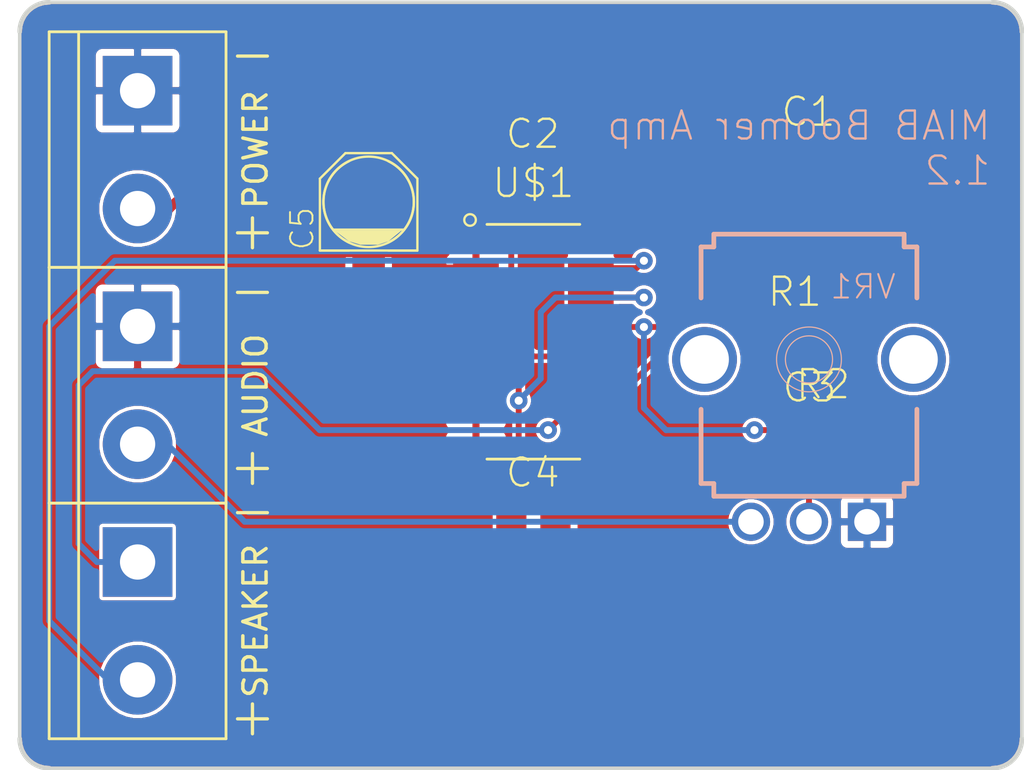
<source format=kicad_pcb>
(kicad_pcb (version 20171130) (host pcbnew 5.0.1-33cea8e~67~ubuntu18.04.1)

  (general
    (thickness 1.6)
    (drawings 15)
    (tracks 72)
    (zones 0)
    (modules 12)
    (nets 12)
  )

  (page A4)
  (layers
    (0 Top signal)
    (31 Bottom signal)
    (32 B.Adhes user)
    (33 F.Adhes user)
    (34 B.Paste user)
    (35 F.Paste user)
    (36 B.SilkS user)
    (37 F.SilkS user)
    (38 B.Mask user)
    (39 F.Mask user)
    (40 Dwgs.User user)
    (41 Cmts.User user)
    (42 Eco1.User user)
    (43 Eco2.User user)
    (44 Edge.Cuts user)
    (45 Margin user)
    (46 B.CrtYd user)
    (47 F.CrtYd user)
    (48 B.Fab user)
    (49 F.Fab user)
  )

  (setup
    (last_trace_width 0.25)
    (trace_clearance 0.1524)
    (zone_clearance 0)
    (zone_45_only no)
    (trace_min 0.2)
    (segment_width 0.2)
    (edge_width 0.2)
    (via_size 0.8)
    (via_drill 0.4)
    (via_min_size 0.4)
    (via_min_drill 0.3)
    (uvia_size 0.3)
    (uvia_drill 0.1)
    (uvias_allowed no)
    (uvia_min_size 0.2)
    (uvia_min_drill 0.1)
    (pcb_text_width 0.3)
    (pcb_text_size 1.5 1.5)
    (mod_edge_width 0.12)
    (mod_text_size 1 1)
    (mod_text_width 0.15)
    (pad_size 1.524 1.524)
    (pad_drill 0.762)
    (pad_to_mask_clearance 0.051)
    (solder_mask_min_width 0.25)
    (aux_axis_origin 0 0)
    (visible_elements FFFFFF7F)
    (pcbplotparams
      (layerselection 0x010fc_ffffffff)
      (usegerberextensions false)
      (usegerberattributes false)
      (usegerberadvancedattributes false)
      (creategerberjobfile false)
      (excludeedgelayer true)
      (linewidth 0.100000)
      (plotframeref false)
      (viasonmask false)
      (mode 1)
      (useauxorigin false)
      (hpglpennumber 1)
      (hpglpenspeed 20)
      (hpglpendiameter 15.000000)
      (psnegative false)
      (psa4output false)
      (plotreference true)
      (plotvalue true)
      (plotinvisibletext false)
      (padsonsilk false)
      (subtractmaskfromsilk false)
      (outputformat 1)
      (mirror false)
      (drillshape 0)
      (scaleselection 1)
      (outputdirectory "Output/"))
  )

  (net 0 "")
  (net 1 GND)
  (net 2 /ASIG)
  (net 3 "Net-(C3-Pad2)")
  (net 4 /VCC)
  (net 5 "Net-(C3-Pad1)")
  (net 6 "Net-(C1-Pad1)")
  (net 7 "Net-(C4-Pad1)")
  (net 8 "Net-(C1-Pad2)")
  (net 9 "Net-(U$1-Pad3)")
  (net 10 "Net-(SPEAKER1-Pad2)")
  (net 11 "Net-(SPEAKER1-Pad1)")

  (net_class Default "This is the default net class."
    (clearance 0.1524)
    (trace_width 0.25)
    (via_dia 0.8)
    (via_drill 0.4)
    (uvia_dia 0.3)
    (uvia_drill 0.1)
    (add_net /ASIG)
    (add_net /VCC)
    (add_net GND)
    (add_net "Net-(C1-Pad1)")
    (add_net "Net-(C1-Pad2)")
    (add_net "Net-(C3-Pad1)")
    (add_net "Net-(C3-Pad2)")
    (add_net "Net-(C4-Pad1)")
    (add_net "Net-(SPEAKER1-Pad1)")
    (add_net "Net-(SPEAKER1-Pad2)")
    (add_net "Net-(U$1-Pad3)")
  )

  (module TerminalBlock:TerminalBlock_bornier-2_P5.08mm (layer Top) (tedit 5BCDD195) (tstamp 5BDA05E9)
    (at 130.81 113.03 270)
    (descr "simple 2-pin terminal block, pitch 5.08mm, revamped version of bornier2")
    (tags "terminal block bornier2")
    (path /657CD801)
    (fp_text reference SPEAKER (at 2.54 -5.08 270) (layer F.SilkS)
      (effects (font (size 1 1) (thickness 0.15)))
    )
    (fp_text value GREEN-2P-3.5 (at 2.54 5.08 270) (layer F.Fab)
      (effects (font (size 1 1) (thickness 0.15)))
    )
    (fp_text user %R (at 2.54 0 270) (layer F.Fab)
      (effects (font (size 1 1) (thickness 0.15)))
    )
    (fp_line (start -2.41 2.55) (end 7.49 2.55) (layer F.Fab) (width 0.1))
    (fp_line (start -2.46 -3.75) (end -2.46 3.75) (layer F.Fab) (width 0.1))
    (fp_line (start -2.46 3.75) (end 7.54 3.75) (layer F.Fab) (width 0.1))
    (fp_line (start 7.54 3.75) (end 7.54 -3.75) (layer F.Fab) (width 0.1))
    (fp_line (start 7.54 -3.75) (end -2.46 -3.75) (layer F.Fab) (width 0.1))
    (fp_line (start 7.62 2.54) (end -2.54 2.54) (layer F.SilkS) (width 0.12))
    (fp_line (start 7.62 3.81) (end 7.62 -3.81) (layer F.SilkS) (width 0.12))
    (fp_line (start 7.62 -3.81) (end -2.54 -3.81) (layer F.SilkS) (width 0.12))
    (fp_line (start -2.54 -3.81) (end -2.54 3.81) (layer F.SilkS) (width 0.12))
    (fp_line (start -2.54 3.81) (end 7.62 3.81) (layer F.SilkS) (width 0.12))
    (fp_line (start -2.71 -4) (end 7.79 -4) (layer F.CrtYd) (width 0.05))
    (fp_line (start -2.71 -4) (end -2.71 4) (layer F.CrtYd) (width 0.05))
    (fp_line (start 7.79 4) (end 7.79 -4) (layer F.CrtYd) (width 0.05))
    (fp_line (start 7.79 4) (end -2.71 4) (layer F.CrtYd) (width 0.05))
    (pad 1 thru_hole rect (at 0 0 270) (size 3 3) (drill 1.52) (layers *.Cu *.Mask)
      (net 11 "Net-(SPEAKER1-Pad1)"))
    (pad 2 thru_hole circle (at 5.08 0 270) (size 3 3) (drill 1.52) (layers *.Cu *.Mask)
      (net 10 "Net-(SPEAKER1-Pad2)"))
    (model ${KISYS3DMOD}/TerminalBlock.3dshapes/TerminalBlock_bornier-2_P5.08mm.wrl
      (offset (xyz 2.539999961853027 0 0))
      (scale (xyz 1 1 1))
      (rotate (xyz 0 0 0))
    )
  )

  (module TerminalBlock:TerminalBlock_bornier-2_P5.08mm (layer Top) (tedit 5BCDD18A) (tstamp 5BDA0625)
    (at 130.81 92.71 270)
    (descr "simple 2-pin terminal block, pitch 5.08mm, revamped version of bornier2")
    (tags "terminal block bornier2")
    (path /BD494CF9)
    (fp_text reference POWER (at 2.54 -5.08 270) (layer F.SilkS)
      (effects (font (size 1 1) (thickness 0.15)))
    )
    (fp_text value GREEN-2P-3.5 (at 2.54 5.08 270) (layer F.Fab)
      (effects (font (size 1 1) (thickness 0.15)))
    )
    (fp_line (start 7.79 4) (end -2.71 4) (layer F.CrtYd) (width 0.05))
    (fp_line (start 7.79 4) (end 7.79 -4) (layer F.CrtYd) (width 0.05))
    (fp_line (start -2.71 -4) (end -2.71 4) (layer F.CrtYd) (width 0.05))
    (fp_line (start -2.71 -4) (end 7.79 -4) (layer F.CrtYd) (width 0.05))
    (fp_line (start -2.54 3.81) (end 7.62 3.81) (layer F.SilkS) (width 0.12))
    (fp_line (start -2.54 -3.81) (end -2.54 3.81) (layer F.SilkS) (width 0.12))
    (fp_line (start 7.62 -3.81) (end -2.54 -3.81) (layer F.SilkS) (width 0.12))
    (fp_line (start 7.62 3.81) (end 7.62 -3.81) (layer F.SilkS) (width 0.12))
    (fp_line (start 7.62 2.54) (end -2.54 2.54) (layer F.SilkS) (width 0.12))
    (fp_line (start 7.54 -3.75) (end -2.46 -3.75) (layer F.Fab) (width 0.1))
    (fp_line (start 7.54 3.75) (end 7.54 -3.75) (layer F.Fab) (width 0.1))
    (fp_line (start -2.46 3.75) (end 7.54 3.75) (layer F.Fab) (width 0.1))
    (fp_line (start -2.46 -3.75) (end -2.46 3.75) (layer F.Fab) (width 0.1))
    (fp_line (start -2.41 2.55) (end 7.49 2.55) (layer F.Fab) (width 0.1))
    (fp_text user %R (at 2.54 0 270) (layer F.Fab)
      (effects (font (size 1 1) (thickness 0.15)))
    )
    (pad 2 thru_hole circle (at 5.08 0 270) (size 3 3) (drill 1.52) (layers *.Cu *.Mask)
      (net 4 /VCC))
    (pad 1 thru_hole rect (at 0 0 270) (size 3 3) (drill 1.52) (layers *.Cu *.Mask)
      (net 1 GND))
    (model ${KISYS3DMOD}/TerminalBlock.3dshapes/TerminalBlock_bornier-2_P5.08mm.wrl
      (offset (xyz 2.539999961853027 0 0))
      (scale (xyz 1 1 1))
      (rotate (xyz 0 0 0))
    )
  )

  (module TerminalBlock:TerminalBlock_bornier-2_P5.08mm (layer Top) (tedit 5BCDD190) (tstamp 5BDA05AD)
    (at 130.81 102.87 270)
    (descr "simple 2-pin terminal block, pitch 5.08mm, revamped version of bornier2")
    (tags "terminal block bornier2")
    (path /A9810E82)
    (fp_text reference AUDIO (at 2.54 -5.08 270) (layer F.SilkS)
      (effects (font (size 1 1) (thickness 0.15)))
    )
    (fp_text value GREEN-2P-3.5 (at 2.54 5.08 270) (layer F.Fab)
      (effects (font (size 1 1) (thickness 0.15)))
    )
    (fp_text user %R (at 2.54 0 270) (layer F.Fab)
      (effects (font (size 1 1) (thickness 0.15)))
    )
    (fp_line (start -2.41 2.55) (end 7.49 2.55) (layer F.Fab) (width 0.1))
    (fp_line (start -2.46 -3.75) (end -2.46 3.75) (layer F.Fab) (width 0.1))
    (fp_line (start -2.46 3.75) (end 7.54 3.75) (layer F.Fab) (width 0.1))
    (fp_line (start 7.54 3.75) (end 7.54 -3.75) (layer F.Fab) (width 0.1))
    (fp_line (start 7.54 -3.75) (end -2.46 -3.75) (layer F.Fab) (width 0.1))
    (fp_line (start 7.62 2.54) (end -2.54 2.54) (layer F.SilkS) (width 0.12))
    (fp_line (start 7.62 3.81) (end 7.62 -3.81) (layer F.SilkS) (width 0.12))
    (fp_line (start 7.62 -3.81) (end -2.54 -3.81) (layer F.SilkS) (width 0.12))
    (fp_line (start -2.54 -3.81) (end -2.54 3.81) (layer F.SilkS) (width 0.12))
    (fp_line (start -2.54 3.81) (end 7.62 3.81) (layer F.SilkS) (width 0.12))
    (fp_line (start -2.71 -4) (end 7.79 -4) (layer F.CrtYd) (width 0.05))
    (fp_line (start -2.71 -4) (end -2.71 4) (layer F.CrtYd) (width 0.05))
    (fp_line (start 7.79 4) (end 7.79 -4) (layer F.CrtYd) (width 0.05))
    (fp_line (start 7.79 4) (end -2.71 4) (layer F.CrtYd) (width 0.05))
    (pad 1 thru_hole rect (at 0 0 270) (size 3 3) (drill 1.52) (layers *.Cu *.Mask)
      (net 1 GND))
    (pad 2 thru_hole circle (at 5.08 0 270) (size 3 3) (drill 1.52) (layers *.Cu *.Mask)
      (net 2 /ASIG))
    (model ${KISYS3DMOD}/TerminalBlock.3dshapes/TerminalBlock_bornier-2_P5.08mm.wrl
      (offset (xyz 2.539999961853027 0 0))
      (scale (xyz 1 1 1))
      (rotate (xyz 0 0 0))
    )
  )

  (module MB_boomer_amp:9MM_SNAP-IN_POT (layer Bottom) (tedit 0) (tstamp 5BCDC4DE)
    (at 159.7371 104.2956 180)
    (descr "9mm vertical snap-in pot, Alpha / Panasonic style")
    (path /433A5D7F)
    (fp_text reference VR1 (at -3.81 2.54 180) (layer B.SilkS)
      (effects (font (size 1.01346 1.01346) (thickness 0.085344)) (justify left bottom mirror))
    )
    (fp_text value 9MM_SNAP-IN_POT_ (at -3.81 -3.81 180) (layer B.Fab)
      (effects (font (size 1.2065 1.2065) (thickness 0.1016)) (justify left bottom mirror))
    )
    (fp_circle (center 0 0) (end 1.016 0) (layer B.SilkS) (width 0.0508))
    (fp_poly (pts (xy 2.075 -7.325) (xy 2.925 -7.325) (xy 2.925 -6) (xy 2.075 -6)) (layer B.Fab) (width 0))
    (fp_poly (pts (xy -0.425 -7.325) (xy 0.425 -7.325) (xy 0.425 -6) (xy -0.425 -6)) (layer B.Fab) (width 0))
    (fp_poly (pts (xy -2.925 -7.325) (xy -2.075 -7.325) (xy -2.075 -6) (xy -2.925 -6)) (layer B.Fab) (width 0))
    (fp_circle (center 0 0) (end 1.397 0) (layer B.SilkS) (width 0.0508))
    (fp_line (start 4.65 -2.15) (end 4.65 -5.35) (layer B.SilkS) (width 0.2032))
    (fp_line (start 4.65 4.85) (end 4.65 2.65) (layer B.SilkS) (width 0.2032))
    (fp_line (start -4.65 -5.35) (end -4.65 -2.15) (layer B.SilkS) (width 0.2032))
    (fp_line (start -4.65 2.65) (end -4.65 4.85) (layer B.SilkS) (width 0.2032))
    (fp_line (start 4.65 4.85) (end 4.1 4.85) (layer B.SilkS) (width 0.2032))
    (fp_line (start 4.1 4.85) (end 4.1 5.4) (layer B.SilkS) (width 0.2032))
    (fp_line (start 4.1 -5.9) (end 4.1 -5.35) (layer B.SilkS) (width 0.2032))
    (fp_line (start 4.1 -5.35) (end 4.65 -5.35) (layer B.SilkS) (width 0.2032))
    (fp_line (start -4.65 -5.35) (end -4.1 -5.35) (layer B.SilkS) (width 0.2032))
    (fp_line (start -4.1 -5.35) (end -4.1 -5.9) (layer B.SilkS) (width 0.2032))
    (fp_line (start -4.1 5.4) (end -4.1 4.85) (layer B.SilkS) (width 0.2032))
    (fp_line (start -4.1 4.85) (end -4.65 4.85) (layer B.SilkS) (width 0.2032))
    (fp_line (start 5.5 0.9) (end 4.75 0.9) (layer B.Fab) (width 0.2032))
    (fp_line (start 5.5 -0.9) (end 5.5 0.9) (layer B.Fab) (width 0.2032))
    (fp_line (start 4.75 -0.9) (end 5.5 -0.9) (layer B.Fab) (width 0.2032))
    (fp_line (start -5.5 -0.9) (end -4.75 -0.9) (layer B.Fab) (width 0.2032))
    (fp_line (start -5.5 0.9) (end -5.5 -0.9) (layer B.Fab) (width 0.2032))
    (fp_line (start -4.75 0.9) (end -5.5 0.9) (layer B.Fab) (width 0.2032))
    (fp_line (start -4.65 -5.35) (end -4.65 4.85) (layer B.Fab) (width 0.2032))
    (fp_line (start 4.1 -5.9) (end -4.1 -5.9) (layer B.SilkS) (width 0.2032))
    (fp_line (start 4.65 4.85) (end 4.65 -5.35) (layer B.Fab) (width 0.2032))
    (fp_line (start -4.1 5.4) (end 4.1 5.4) (layer B.SilkS) (width 0.2032))
    (pad CHASSIS1 thru_hole circle (at -4.5 0 270) (size 2.794 2.794) (drill 2.1) (layers *.Cu *.Mask)
      (solder_mask_margin 0.1016))
    (pad CHASSIS2 thru_hole circle (at 4.5 0 270) (size 2.794 2.794) (drill 2.1) (layers *.Cu *.Mask)
      (solder_mask_margin 0.1016))
    (pad 3 thru_hole circle (at 2.5 -7 270) (size 1.65 1.65) (drill 1.1) (layers *.Cu *.Mask)
      (net 2 /ASIG) (solder_mask_margin 0.1016))
    (pad 2 thru_hole circle (at 0 -7 270) (size 1.65 1.65) (drill 1.1) (layers *.Cu *.Mask)
      (net 3 "Net-(C3-Pad2)") (solder_mask_margin 0.1016))
    (pad 1 thru_hole rect (at -2.5 -7 270) (size 1.65 1.65) (drill 1.1) (layers *.Cu *.Mask)
      (net 1 GND) (solder_mask_margin 0.1016))
  )

  (module MB_boomer_amp:C0805 (layer Top) (tedit 0) (tstamp 5BCDC537)
    (at 159.7371 103.5336 180)
    (descr <b>CAPACITOR</b><p>)
    (path /50A209C7)
    (fp_text reference C3 (at -1.27 -1.27 180) (layer F.SilkS)
      (effects (font (size 1.2065 1.2065) (thickness 0.1016)) (justify right top))
    )
    (fp_text value 4.7u (at -1.27 2.54 180) (layer F.Fab)
      (effects (font (size 1.2065 1.2065) (thickness 0.1016)) (justify right top))
    )
    (fp_poly (pts (xy -0.1001 0.4001) (xy 0.1001 0.4001) (xy 0.1001 -0.4001) (xy -0.1001 -0.4001)) (layer F.Adhes) (width 0))
    (fp_poly (pts (xy 0.3556 0.7239) (xy 1.1057 0.7239) (xy 1.1057 -0.7262) (xy 0.3556 -0.7262)) (layer F.Fab) (width 0))
    (fp_poly (pts (xy -1.0922 0.7239) (xy -0.3421 0.7239) (xy -0.3421 -0.7262) (xy -1.0922 -0.7262)) (layer F.Fab) (width 0))
    (fp_line (start 1.973 -0.983) (end 1.973 0.983) (layer Dwgs.User) (width 0.0508))
    (fp_line (start -0.356 0.66) (end 0.381 0.66) (layer F.Fab) (width 0.1016))
    (fp_line (start -0.381 -0.66) (end 0.381 -0.66) (layer F.Fab) (width 0.1016))
    (fp_line (start -1.973 0.983) (end -1.973 -0.983) (layer Dwgs.User) (width 0.0508))
    (fp_line (start 1.973 0.983) (end -1.973 0.983) (layer Dwgs.User) (width 0.0508))
    (fp_line (start -1.973 -0.983) (end 1.973 -0.983) (layer Dwgs.User) (width 0.0508))
    (pad 2 smd rect (at 0.95 0 180) (size 1.3 1.5) (layers Top F.Paste F.Mask)
      (net 3 "Net-(C3-Pad2)") (solder_mask_margin 0.1016))
    (pad 1 smd rect (at -0.95 0 180) (size 1.3 1.5) (layers Top F.Paste F.Mask)
      (net 5 "Net-(C3-Pad1)") (solder_mask_margin 0.1016))
  )

  (module MB_boomer_amp:R0805 (layer Top) (tedit 0) (tstamp 5BCDC545)
    (at 159.7371 107.3436)
    (descr <b>RESISTOR</b><p>)
    (path /8EFFCFBB)
    (fp_text reference R2 (at -0.635 -1.27) (layer F.SilkS)
      (effects (font (size 1.2065 1.2065) (thickness 0.1016)) (justify left bottom))
    )
    (fp_text value 10k (at -0.635 2.54) (layer F.Fab)
      (effects (font (size 1.2065 1.2065) (thickness 0.1016)) (justify left bottom))
    )
    (fp_poly (pts (xy -0.1999 0.5001) (xy 0.1999 0.5001) (xy 0.1999 -0.5001) (xy -0.1999 -0.5001)) (layer F.Adhes) (width 0))
    (fp_poly (pts (xy -1.0668 0.6985) (xy -0.4168 0.6985) (xy -0.4168 -0.7015) (xy -1.0668 -0.7015)) (layer F.Fab) (width 0))
    (fp_poly (pts (xy 0.4064 0.6985) (xy 1.0564 0.6985) (xy 1.0564 -0.7015) (xy 0.4064 -0.7015)) (layer F.Fab) (width 0))
    (fp_line (start -1.973 0.983) (end -1.973 -0.983) (layer Dwgs.User) (width 0.0508))
    (fp_line (start 1.973 0.983) (end -1.973 0.983) (layer Dwgs.User) (width 0.0508))
    (fp_line (start 1.973 -0.983) (end 1.973 0.983) (layer Dwgs.User) (width 0.0508))
    (fp_line (start -1.973 -0.983) (end 1.973 -0.983) (layer Dwgs.User) (width 0.0508))
    (fp_line (start -0.41 0.635) (end 0.41 0.635) (layer F.Fab) (width 0.1524))
    (fp_line (start -0.41 -0.635) (end 0.41 -0.635) (layer F.Fab) (width 0.1524))
    (pad 2 smd rect (at 0.95 0) (size 1.3 1.5) (layers Top F.Paste F.Mask)
      (net 5 "Net-(C3-Pad1)") (solder_mask_margin 0.1016))
    (pad 1 smd rect (at -0.95 0) (size 1.3 1.5) (layers Top F.Paste F.Mask)
      (net 6 "Net-(C1-Pad1)") (solder_mask_margin 0.1016))
  )

  (module MB_boomer_amp:C0805 (layer Top) (tedit 0) (tstamp 5BCDC553)
    (at 147.8631 96.5486)
    (descr <b>CAPACITOR</b><p>)
    (path /AEC71D01)
    (fp_text reference C2 (at -1.27 -1.27) (layer F.SilkS)
      (effects (font (size 1.2065 1.2065) (thickness 0.1016)) (justify left bottom))
    )
    (fp_text value 100n (at -1.27 2.54) (layer F.Fab)
      (effects (font (size 1.2065 1.2065) (thickness 0.1016)) (justify left bottom))
    )
    (fp_poly (pts (xy -0.1001 0.4001) (xy 0.1001 0.4001) (xy 0.1001 -0.4001) (xy -0.1001 -0.4001)) (layer F.Adhes) (width 0))
    (fp_poly (pts (xy 0.3556 0.7239) (xy 1.1057 0.7239) (xy 1.1057 -0.7262) (xy 0.3556 -0.7262)) (layer F.Fab) (width 0))
    (fp_poly (pts (xy -1.0922 0.7239) (xy -0.3421 0.7239) (xy -0.3421 -0.7262) (xy -1.0922 -0.7262)) (layer F.Fab) (width 0))
    (fp_line (start 1.973 -0.983) (end 1.973 0.983) (layer Dwgs.User) (width 0.0508))
    (fp_line (start -0.356 0.66) (end 0.381 0.66) (layer F.Fab) (width 0.1016))
    (fp_line (start -0.381 -0.66) (end 0.381 -0.66) (layer F.Fab) (width 0.1016))
    (fp_line (start -1.973 0.983) (end -1.973 -0.983) (layer Dwgs.User) (width 0.0508))
    (fp_line (start 1.973 0.983) (end -1.973 0.983) (layer Dwgs.User) (width 0.0508))
    (fp_line (start -1.973 -0.983) (end 1.973 -0.983) (layer Dwgs.User) (width 0.0508))
    (pad 2 smd rect (at 0.95 0) (size 1.3 1.5) (layers Top F.Paste F.Mask)
      (net 1 GND) (solder_mask_margin 0.1016))
    (pad 1 smd rect (at -0.95 0) (size 1.3 1.5) (layers Top F.Paste F.Mask)
      (net 4 /VCC) (solder_mask_margin 0.1016))
  )

  (module MB_boomer_amp:SOIC127P600X175-16 (layer Top) (tedit 0) (tstamp 5BCDC561)
    (at 147.8631 103.5336)
    (descr "16-SOIC, 1.27 mm pitch, 6.00 mm span, 9.90 X 3.90 X 1.75 mm body\n<p>16-pin SOIC package with 1.27 mm pitch, 6.00 mm span with body size 9.90 X 3.90 X 1.75 mm</p>")
    (path /89E33A62)
    (fp_text reference U$1 (at 0 -6.1349) (layer F.SilkS)
      (effects (font (size 1.2065 1.2065) (thickness 0.1016)) (justify bottom))
    )
    (fp_text value LM4860 (at 0 5.6949) (layer F.Fab)
      (effects (font (size 1.2065 1.2065) (thickness 0.1016)) (justify top))
    )
    (fp_line (start 2 -5) (end 2 5) (layer F.Fab) (width 0.12))
    (fp_line (start -2 -5) (end 2 -5) (layer F.Fab) (width 0.12))
    (fp_line (start -2 5) (end -2 -5) (layer F.Fab) (width 0.12))
    (fp_line (start 2 5) (end -2 5) (layer F.Fab) (width 0.12))
    (fp_line (start -2 5.0599) (end 2 5.0599) (layer F.SilkS) (width 0.12))
    (fp_line (start -2 -5.0599) (end 2 -5.0599) (layer F.SilkS) (width 0.12))
    (fp_circle (center -2.7288 -5.2499) (end -2.4788 -5.2499) (layer F.SilkS) (width 0.1))
    (pad 16 smd rect (at 2.4734 -4.445) (size 1.9685 0.6019) (layers Top F.Paste F.Mask)
      (net 1 GND) (solder_mask_margin 0.1016))
    (pad 15 smd rect (at 2.4734 -3.175) (size 1.9685 0.6019) (layers Top F.Paste F.Mask)
      (net 10 "Net-(SPEAKER1-Pad2)") (solder_mask_margin 0.1016))
    (pad 14 smd rect (at 2.4734 -1.905) (size 1.9685 0.6019) (layers Top F.Paste F.Mask)
      (net 7 "Net-(C4-Pad1)") (solder_mask_margin 0.1016))
    (pad 13 smd rect (at 2.4734 -0.635) (size 1.9685 0.6019) (layers Top F.Paste F.Mask)
      (net 6 "Net-(C1-Pad1)") (solder_mask_margin 0.1016))
    (pad 12 smd rect (at 2.4734 0.635) (size 1.9685 0.6019) (layers Top F.Paste F.Mask)
      (net 4 /VCC) (solder_mask_margin 0.1016))
    (pad 11 smd rect (at 2.4734 1.905) (size 1.9685 0.6019) (layers Top F.Paste F.Mask)
      (net 8 "Net-(C1-Pad2)") (solder_mask_margin 0.1016))
    (pad 10 smd rect (at 2.4734 3.175) (size 1.9685 0.6019) (layers Top F.Paste F.Mask)
      (net 11 "Net-(SPEAKER1-Pad1)") (solder_mask_margin 0.1016))
    (pad 9 smd rect (at 2.4734 4.445) (size 1.9685 0.6019) (layers Top F.Paste F.Mask)
      (net 1 GND) (solder_mask_margin 0.1016))
    (pad 8 smd rect (at -2.4734 4.445) (size 1.9685 0.6019) (layers Top F.Paste F.Mask)
      (net 1 GND) (solder_mask_margin 0.1016))
    (pad 7 smd rect (at -2.4734 3.175) (size 1.9685 0.6019) (layers Top F.Paste F.Mask)
      (net 1 GND) (solder_mask_margin 0.1016))
    (pad 6 smd rect (at -2.4734 1.905) (size 1.9685 0.6019) (layers Top F.Paste F.Mask)
      (net 1 GND) (solder_mask_margin 0.1016))
    (pad 5 smd rect (at -2.4734 0.635) (size 1.9685 0.6019) (layers Top F.Paste F.Mask)
      (net 7 "Net-(C4-Pad1)") (solder_mask_margin 0.1016))
    (pad 4 smd rect (at -2.4734 -0.635) (size 1.9685 0.6019) (layers Top F.Paste F.Mask)
      (net 1 GND) (solder_mask_margin 0.1016))
    (pad 3 smd rect (at -2.4734 -1.905) (size 1.9685 0.6019) (layers Top F.Paste F.Mask)
      (net 9 "Net-(U$1-Pad3)") (solder_mask_margin 0.1016))
    (pad 2 smd rect (at -2.4734 -3.175) (size 1.9685 0.6019) (layers Top F.Paste F.Mask)
      (net 1 GND) (solder_mask_margin 0.1016))
    (pad 1 smd rect (at -2.4734 -4.445) (size 1.9685 0.6019) (layers Top F.Paste F.Mask)
      (net 1 GND) (solder_mask_margin 0.1016))
  )

  (module MB_boomer_amp:R0805 (layer Top) (tedit 0) (tstamp 5BCDC57B)
    (at 159.7371 99.4056 180)
    (descr <b>RESISTOR</b><p>)
    (path /6019A4D2)
    (fp_text reference R1 (at -0.635 -1.27 180) (layer F.SilkS)
      (effects (font (size 1.2065 1.2065) (thickness 0.1016)) (justify right top))
    )
    (fp_text value 100k (at -0.635 2.54 180) (layer F.Fab)
      (effects (font (size 1.2065 1.2065) (thickness 0.1016)) (justify right top))
    )
    (fp_poly (pts (xy -0.1999 0.5001) (xy 0.1999 0.5001) (xy 0.1999 -0.5001) (xy -0.1999 -0.5001)) (layer F.Adhes) (width 0))
    (fp_poly (pts (xy -1.0668 0.6985) (xy -0.4168 0.6985) (xy -0.4168 -0.7015) (xy -1.0668 -0.7015)) (layer F.Fab) (width 0))
    (fp_poly (pts (xy 0.4064 0.6985) (xy 1.0564 0.6985) (xy 1.0564 -0.7015) (xy 0.4064 -0.7015)) (layer F.Fab) (width 0))
    (fp_line (start -1.973 0.983) (end -1.973 -0.983) (layer Dwgs.User) (width 0.0508))
    (fp_line (start 1.973 0.983) (end -1.973 0.983) (layer Dwgs.User) (width 0.0508))
    (fp_line (start 1.973 -0.983) (end 1.973 0.983) (layer Dwgs.User) (width 0.0508))
    (fp_line (start -1.973 -0.983) (end 1.973 -0.983) (layer Dwgs.User) (width 0.0508))
    (fp_line (start -0.41 0.635) (end 0.41 0.635) (layer F.Fab) (width 0.1524))
    (fp_line (start -0.41 -0.635) (end 0.41 -0.635) (layer F.Fab) (width 0.1524))
    (pad 2 smd rect (at 0.95 0 180) (size 1.3 1.5) (layers Top F.Paste F.Mask)
      (net 6 "Net-(C1-Pad1)") (solder_mask_margin 0.1016))
    (pad 1 smd rect (at -0.95 0 180) (size 1.3 1.5) (layers Top F.Paste F.Mask)
      (net 8 "Net-(C1-Pad2)") (solder_mask_margin 0.1016))
  )

  (module MB_boomer_amp:C0805 (layer Top) (tedit 0) (tstamp 5BCDC589)
    (at 159.7371 95.5956)
    (descr <b>CAPACITOR</b><p>)
    (path /F34593FF)
    (fp_text reference C1 (at -1.27 -1.27) (layer F.SilkS)
      (effects (font (size 1.2065 1.2065) (thickness 0.1016)) (justify left bottom))
    )
    (fp_text value 5p (at -1.27 2.54) (layer F.Fab)
      (effects (font (size 1.2065 1.2065) (thickness 0.1016)) (justify left bottom))
    )
    (fp_poly (pts (xy -0.1001 0.4001) (xy 0.1001 0.4001) (xy 0.1001 -0.4001) (xy -0.1001 -0.4001)) (layer F.Adhes) (width 0))
    (fp_poly (pts (xy 0.3556 0.7239) (xy 1.1057 0.7239) (xy 1.1057 -0.7262) (xy 0.3556 -0.7262)) (layer F.Fab) (width 0))
    (fp_poly (pts (xy -1.0922 0.7239) (xy -0.3421 0.7239) (xy -0.3421 -0.7262) (xy -1.0922 -0.7262)) (layer F.Fab) (width 0))
    (fp_line (start 1.973 -0.983) (end 1.973 0.983) (layer Dwgs.User) (width 0.0508))
    (fp_line (start -0.356 0.66) (end 0.381 0.66) (layer F.Fab) (width 0.1016))
    (fp_line (start -0.381 -0.66) (end 0.381 -0.66) (layer F.Fab) (width 0.1016))
    (fp_line (start -1.973 0.983) (end -1.973 -0.983) (layer Dwgs.User) (width 0.0508))
    (fp_line (start 1.973 0.983) (end -1.973 0.983) (layer Dwgs.User) (width 0.0508))
    (fp_line (start -1.973 -0.983) (end 1.973 -0.983) (layer Dwgs.User) (width 0.0508))
    (pad 2 smd rect (at 0.95 0) (size 1.3 1.5) (layers Top F.Paste F.Mask)
      (net 8 "Net-(C1-Pad2)") (solder_mask_margin 0.1016))
    (pad 1 smd rect (at -0.95 0) (size 1.3 1.5) (layers Top F.Paste F.Mask)
      (net 6 "Net-(C1-Pad1)") (solder_mask_margin 0.1016))
  )

  (module MB_boomer_amp:C0805 (layer Top) (tedit 0) (tstamp 5BCDC597)
    (at 147.8631 111.1536)
    (descr <b>CAPACITOR</b><p>)
    (path /65EC1BA2)
    (fp_text reference C4 (at -1.27 -1.27) (layer F.SilkS)
      (effects (font (size 1.2065 1.2065) (thickness 0.1016)) (justify left bottom))
    )
    (fp_text value 100n (at -1.27 2.54) (layer F.Fab)
      (effects (font (size 1.2065 1.2065) (thickness 0.1016)) (justify left bottom))
    )
    (fp_poly (pts (xy -0.1001 0.4001) (xy 0.1001 0.4001) (xy 0.1001 -0.4001) (xy -0.1001 -0.4001)) (layer F.Adhes) (width 0))
    (fp_poly (pts (xy 0.3556 0.7239) (xy 1.1057 0.7239) (xy 1.1057 -0.7262) (xy 0.3556 -0.7262)) (layer F.Fab) (width 0))
    (fp_poly (pts (xy -1.0922 0.7239) (xy -0.3421 0.7239) (xy -0.3421 -0.7262) (xy -1.0922 -0.7262)) (layer F.Fab) (width 0))
    (fp_line (start 1.973 -0.983) (end 1.973 0.983) (layer Dwgs.User) (width 0.0508))
    (fp_line (start -0.356 0.66) (end 0.381 0.66) (layer F.Fab) (width 0.1016))
    (fp_line (start -0.381 -0.66) (end 0.381 -0.66) (layer F.Fab) (width 0.1016))
    (fp_line (start -1.973 0.983) (end -1.973 -0.983) (layer Dwgs.User) (width 0.0508))
    (fp_line (start 1.973 0.983) (end -1.973 0.983) (layer Dwgs.User) (width 0.0508))
    (fp_line (start -1.973 -0.983) (end 1.973 -0.983) (layer Dwgs.User) (width 0.0508))
    (pad 2 smd rect (at 0.95 0) (size 1.3 1.5) (layers Top F.Paste F.Mask)
      (net 1 GND) (solder_mask_margin 0.1016))
    (pad 1 smd rect (at -0.95 0) (size 1.3 1.5) (layers Top F.Paste F.Mask)
      (net 7 "Net-(C4-Pad1)") (solder_mask_margin 0.1016))
  )

  (module MB_boomer_amp:PANASONIC_B (layer Top) (tedit 0) (tstamp 5BCDC5A5)
    (at 140.7651 97.5011 90)
    (descr "<b>Panasonic Aluminium Electrolytic Capacitor VS-Serie Package B</b>")
    (path /741BBD72)
    (fp_text reference C5 (at -2.15 -2.3 90) (layer F.SilkS)
      (effects (font (size 0.9652 0.9652) (thickness 0.08128)) (justify left bottom))
    )
    (fp_text value 10u (at -2.15 3.275 90) (layer F.Fab)
      (effects (font (size 0.9652 0.9652) (thickness 0.08128)) (justify left bottom))
    )
    (fp_poly (pts (xy -1.25 -1.45) (xy -1.7 -0.85) (xy -1.85 -0.35) (xy -1.85 0.4)
      (xy -1.7 0.85) (xy -1.25 1.4) (xy -1.25 -1.4)) (layer F.SilkS) (width 0))
    (fp_poly (pts (xy 1.9 0.35) (xy 2.3 0.35) (xy 2.3 -0.35) (xy 1.9 -0.35)) (layer F.Fab) (width 0))
    (fp_poly (pts (xy -2.3 0.35) (xy -1.85 0.35) (xy -1.85 -0.35) (xy -2.3 -0.35)) (layer F.Fab) (width 0))
    (fp_circle (center 0 0) (end 1.95 0) (layer F.SilkS) (width 0.1016))
    (fp_line (start -1.2 -1.5) (end -1.2 1.5) (layer F.SilkS) (width 0.1016))
    (fp_line (start -2.1 2.1) (end -2.1 0.85) (layer F.SilkS) (width 0.1016))
    (fp_line (start 1 2.1) (end -2.1 2.1) (layer F.SilkS) (width 0.1016))
    (fp_line (start 2.1 1) (end 1 2.1) (layer F.SilkS) (width 0.1016))
    (fp_line (start 1 -2.1) (end 2.1 -1) (layer F.SilkS) (width 0.1016))
    (fp_line (start -2.1 -2.1) (end 1 -2.1) (layer F.SilkS) (width 0.1016))
    (fp_line (start -2.1 -0.85) (end -2.1 -2.1) (layer F.SilkS) (width 0.1016))
    (fp_arc (start 0 0) (end -1.75 0.85) (angle -128.186984) (layer F.SilkS) (width 0.1016))
    (fp_arc (start 0 0) (end -1.75 -0.85) (angle 128.186984) (layer F.SilkS) (width 0.1016))
    (fp_line (start -2.1 2.1) (end -2.1 -2.1) (layer F.SilkS) (width 0.1016))
    (fp_line (start 1 2.1) (end -2.1 2.1) (layer F.Fab) (width 0.1016))
    (fp_line (start 2.1 1) (end 1 2.1) (layer F.Fab) (width 0.1016))
    (fp_line (start 2.1 -1) (end 2.1 1) (layer F.SilkS) (width 0.1016))
    (fp_line (start 1 -2.1) (end 2.1 -1) (layer F.Fab) (width 0.1016))
    (fp_line (start -2.1 -2.1) (end 1 -2.1) (layer F.Fab) (width 0.1016))
    (pad + smd rect (at 2.235 0 90) (size 2.54 1.4) (layers Top F.Paste F.Mask)
      (net 4 /VCC) (solder_mask_margin 0.1016))
    (pad - smd rect (at -2.235 0 90) (size 2.54 1.4) (layers Top F.Paste F.Mask)
      (net 1 GND) (solder_mask_margin 0.1016))
  )

  (gr_arc (start 127 120.65) (end 125.73 120.65) (angle -90) (layer Edge.Cuts) (width 0.2))
  (gr_arc (start 127 90.17) (end 127 88.9) (angle -90) (layer Edge.Cuts) (width 0.2))
  (gr_arc (start 167.64 120.65) (end 168.91 120.65) (angle 90) (layer Edge.Cuts) (width 0.2))
  (gr_arc (start 167.64 90.17) (end 167.64 88.9) (angle 90) (layer Edge.Cuts) (width 0.2))
  (gr_text + (at 134.62 109.855) (layer F.SilkS) (tstamp CD63940)
    (effects (font (size 1.6891 1.6891) (thickness 0.14224)) (justify left bottom))
  )
  (gr_text + (at 134.62 99.695) (layer F.SilkS) (tstamp CD64E80)
    (effects (font (size 1.6891 1.6891) (thickness 0.14224)) (justify left bottom))
  )
  (gr_text + (at 134.62 120.65) (layer F.SilkS) (tstamp CD63760)
    (effects (font (size 1.6891 1.6891) (thickness 0.14224)) (justify left bottom))
  )
  (gr_text - (at 134.62 102.2636) (layer F.SilkS) (tstamp CD62A40)
    (effects (font (size 1.6891 1.6891) (thickness 0.14224)) (justify left bottom))
  )
  (gr_text - (at 134.62 92.075) (layer F.SilkS) (tstamp CD643E0)
    (effects (font (size 1.6891 1.6891) (thickness 0.14224)) (justify left bottom))
  )
  (gr_text - (at 134.62 111.76) (layer F.SilkS) (tstamp CD63620)
    (effects (font (size 1.6891 1.6891) (thickness 0.14224)) (justify left bottom))
  )
  (gr_text "MIAB Boomer Amp\n1.2" (at 167.64 96.8661) (layer B.SilkS) (tstamp CD64FC0)
    (effects (font (size 1.2065 1.2065) (thickness 0.1016)) (justify left bottom mirror))
  )
  (gr_line (start 127 121.92) (end 167.64 121.92) (layer Edge.Cuts) (width 0.15) (tstamp CD63DA0))
  (gr_line (start 168.91 120.65) (end 168.91 90.17) (layer Edge.Cuts) (width 0.15) (tstamp CD62E00))
  (gr_line (start 167.64 88.9) (end 127 88.9) (layer Edge.Cuts) (width 0.15) (tstamp CD63080))
  (gr_line (start 125.73 90.17) (end 125.73 120.65) (layer Edge.Cuts) (width 0.15) (tstamp CD629A0))

  (segment (start 157.2371 111.2956) (end 136.0951 111.2961) (width 0.254) (layer Bottom) (net 2) (tstamp CD75820))
  (segment (start 136.0951 111.2961) (end 135.4261 111.2961) (width 0.254) (layer Bottom) (net 2))
  (segment (start 135.4261 111.2961) (end 132.08 107.95) (width 0.254) (layer Bottom) (net 2))
  (segment (start 132.08 107.95) (end 130.81 107.95) (width 0.254) (layer Bottom) (net 2))
  (segment (start 158.9751 105.1211) (end 158.9751 103.5361) (width 0.254) (layer Top) (net 3) (tstamp CD75F00))
  (segment (start 158.9751 103.5361) (end 158.7871 103.5336) (width 0.254) (layer Top) (net 3) (tstamp CD76040))
  (segment (start 159.7371 111.2956) (end 159.7371 105.8831) (width 0.254) (layer Top) (net 3) (tstamp CD74380))
  (segment (start 159.7371 105.8831) (end 158.9751 105.1211) (width 0.254) (layer Top) (net 3) (tstamp CD756E0))
  (segment (start 146.9101 103.2161) (end 147.8626 104.1686) (width 0.254) (layer Top) (net 4) (tstamp CD75000))
  (segment (start 147.8626 104.1686) (end 150.3365 104.1686) (width 0.254) (layer Top) (net 4) (tstamp CD750A0))
  (segment (start 146.9131 96.5486) (end 146.9101 96.5511) (width 0.254) (layer Top) (net 4) (tstamp CD74600))
  (segment (start 146.9101 96.5511) (end 146.9101 103.2161) (width 0.254) (layer Top) (net 4) (tstamp CD75780))
  (segment (start 142.4651 97.5011) (end 143.4176 96.5486) (width 0.4064) (layer Top) (net 4) (tstamp CD76220))
  (segment (start 143.4176 96.5486) (end 146.9131 96.5486) (width 0.4064) (layer Top) (net 4) (tstamp CD75AA0))
  (segment (start 140.2426 97.5011) (end 142.4651 97.5011) (width 0.4064) (layer Top) (net 4) (tstamp CD747E0))
  (segment (start 140.7651 95.2661) (end 140.7651 96.9786) (width 0.4064) (layer Top) (net 4) (tstamp CD75C80))
  (segment (start 140.7651 96.9786) (end 140.2426 97.5011) (width 0.4064) (layer Top) (net 4) (tstamp CD76680))
  (segment (start 132.18 97.79) (end 130.81 97.79) (width 0.4064) (layer Top) (net 4))
  (segment (start 140.2426 97.5011) (end 132.4689 97.5011) (width 0.4064) (layer Top) (net 4))
  (segment (start 132.4689 97.5011) (end 132.18 97.79) (width 0.4064) (layer Top) (net 4))
  (segment (start 160.6871 103.5336) (end 160.6871 107.3436) (width 0.254) (layer Top) (net 5) (tstamp CD76180))
  (segment (start 153.2601 102.8986) (end 156.7526 99.4061) (width 0.254) (layer Top) (net 6) (tstamp CD77BC0))
  (segment (start 156.7526 99.4061) (end 158.7871 99.4056) (width 0.254) (layer Top) (net 6) (tstamp CD76FE0))
  (segment (start 150.3365 102.8986) (end 152.6251 102.8986) (width 0.254) (layer Top) (net 6) (tstamp CD77300))
  (segment (start 152.6251 102.8986) (end 153.2601 102.8986) (width 0.254) (layer Top) (net 6) (tstamp CD76900))
  (segment (start 158.7871 99.4056) (end 158.7871 95.5956) (width 0.254) (layer Top) (net 6) (tstamp CD76C20))
  (via (at 152.6251 102.8986) (size 0.7564) (drill 0.35) (layers Top Bottom) (net 6) (tstamp CD76EA0))
  (segment (start 152.6251 102.8986) (end 152.6251 106.3911) (width 0.254) (layer Bottom) (net 6) (tstamp CD78C00))
  (segment (start 152.6251 106.3911) (end 153.5776 107.3436) (width 0.254) (layer Bottom) (net 6) (tstamp CD78340))
  (segment (start 153.5776 107.3436) (end 157.3876 107.3436) (width 0.254) (layer Bottom) (net 6) (tstamp CD77080))
  (via (at 157.3876 107.3436) (size 0.7564) (drill 0.35) (layers Top Bottom) (net 6) (tstamp CD783E0))
  (segment (start 157.3876 107.3436) (end 158.7871 107.3436) (width 0.254) (layer Top) (net 6) (tstamp CD769A0))
  (segment (start 145.3897 104.1686) (end 146.9101 104.1686) (width 0.254) (layer Top) (net 7) (tstamp CD78980))
  (segment (start 147.2301 104.4886) (end 147.2301 106.0736) (width 0.254) (layer Top) (net 7) (tstamp CD78AC0))
  (segment (start 146.9101 104.1686) (end 147.2301 104.4886) (width 0.254) (layer Top) (net 7) (tstamp CD78DE0))
  (via (at 147.2301 106.0736) (size 0.7564) (drill 0.35) (layers Top Bottom) (net 7) (tstamp CD78160))
  (segment (start 147.2301 106.0736) (end 148.1801 105.1236) (width 0.254) (layer Bottom) (net 7) (tstamp CD78200))
  (segment (start 148.1801 105.1236) (end 148.1801 102.2636) (width 0.254) (layer Bottom) (net 7) (tstamp CD77800))
  (segment (start 148.8151 101.6286) (end 148.1801 102.2636) (width 0.254) (layer Bottom) (net 7) (tstamp CD778A0))
  (segment (start 150.3365 101.6286) (end 152.6251 101.6286) (width 0.254) (layer Top) (net 7) (tstamp CD76E00))
  (via (at 152.6251 101.6286) (size 0.7564) (drill 0.35) (layers Top Bottom) (net 7) (tstamp CD77EE0))
  (segment (start 152.6251 101.6286) (end 148.8151 101.6286) (width 0.254) (layer Bottom) (net 7) (tstamp CD771C0))
  (segment (start 147.2301 109.05726) (end 147.2301 106.0736) (width 0.254) (layer Top) (net 7) (tstamp CD77260))
  (segment (start 146.9131 111.1536) (end 146.9126 109.37476) (width 0.254) (layer Top) (net 7) (tstamp CD76D60))
  (segment (start 146.9126 109.37476) (end 147.2301 109.05726) (width 0.254) (layer Top) (net 7) (tstamp CD78F20))
  (segment (start 160.6871 99.4056) (end 160.6871 95.5956) (width 0.254) (layer Top) (net 8) (tstamp CD785C0))
  (segment (start 150.3365 105.4386) (end 151.9901 105.4386) (width 0.254) (layer Top) (net 8) (tstamp CD787A0))
  (segment (start 151.9901 105.4386) (end 153.3602 104.0685) (width 0.254) (layer Top) (net 8) (tstamp CD77F80))
  (segment (start 153.3602 104.0685) (end 153.3602 103.373238) (width 0.254) (layer Top) (net 8) (tstamp CD78480))
  (segment (start 153.3602 103.373238) (end 155.928718 100.804719) (width 0.254) (layer Top) (net 8) (tstamp CD78D40))
  (segment (start 155.928718 100.804719) (end 160.433981 100.804719) (width 0.254) (layer Top) (net 8) (tstamp CD78840))
  (segment (start 160.433981 100.804719) (end 160.72135 100.51735) (width 0.254) (layer Top) (net 8) (tstamp CD77A80))
  (segment (start 160.72135 100.51735) (end 160.72135 99.44035) (width 0.254) (layer Top) (net 8) (tstamp CD77E40))
  (segment (start 160.72135 99.44035) (end 160.6871 99.4056) (width 0.254) (layer Top) (net 8) (tstamp CD77B20))
  (segment (start 150.3365 100.3586) (end 152.3076 100.3586) (width 0.254) (layer Top) (net 10) (tstamp CD776C0))
  (segment (start 152.3076 100.3586) (end 152.6251 100.0411) (width 0.254) (layer Top) (net 10) (tstamp CD77760))
  (via (at 152.6251 100.0411) (size 0.7564) (drill 0.35) (layers Top Bottom) (net 10) (tstamp CD77940))
  (segment (start 129.54 118.11) (end 130.81 118.11) (width 0.254) (layer Bottom) (net 10))
  (segment (start 127 115.57) (end 129.54 118.11) (width 0.254) (layer Bottom) (net 10))
  (segment (start 127 102.87) (end 127 115.57) (width 0.254) (layer Bottom) (net 10))
  (segment (start 152.6251 100.0411) (end 129.8289 100.0411) (width 0.254) (layer Bottom) (net 10))
  (segment (start 129.8289 100.0411) (end 127 102.87) (width 0.254) (layer Bottom) (net 10))
  (via (at 148.4976 107.3436) (size 0.7564) (drill 0.35) (layers Top Bottom) (net 11) (tstamp CD77C60))
  (segment (start 148.4976 107.3436) (end 149.1326 106.7086) (width 0.254) (layer Top) (net 11) (tstamp CD79060))
  (segment (start 149.1326 106.7086) (end 150.3365 106.7086) (width 0.254) (layer Top) (net 11) (tstamp CD76A40))
  (segment (start 129.056 113.03) (end 130.81 113.03) (width 0.254) (layer Bottom) (net 11))
  (segment (start 148.4976 107.3436) (end 138.6551 107.3436) (width 0.254) (layer Bottom) (net 11))
  (segment (start 138.6551 107.3436) (end 136.1151 104.8036) (width 0.254) (layer Bottom) (net 11))
  (segment (start 136.1151 104.8036) (end 128.8764 104.8036) (width 0.254) (layer Bottom) (net 11))
  (segment (start 128.8764 104.8036) (end 128.27 105.41) (width 0.254) (layer Bottom) (net 11))
  (segment (start 128.27 105.41) (end 128.27 112.244) (width 0.254) (layer Bottom) (net 11))
  (segment (start 128.27 112.244) (end 129.056 113.03) (width 0.254) (layer Bottom) (net 11))

  (zone (net 1) (net_name GND) (layer Top) (tstamp 5BDA075D) (hatch edge 0.508)
    (priority 6)
    (connect_pads (clearance 0))
    (min_thickness 0.254)
    (fill yes (arc_segments 32) (thermal_gap 0.304) (thermal_bridge_width 0.304))
    (polygon
      (pts
        (xy 125.73 88.9) (xy 168.91 88.9) (xy 168.91 121.92) (xy 125.73 121.92) (xy 125.73 120.65)
        (xy 125.73 121.92)
      )
    )
    (filled_polygon
      (pts
        (xy 167.571362 89.116375) (xy 167.614697 89.125585) (xy 167.617849 89.125917) (xy 167.842378 89.147932) (xy 168.03704 89.206705)
        (xy 168.216585 89.30217) (xy 168.374166 89.43069) (xy 168.503785 89.58737) (xy 168.600499 89.766241) (xy 168.66063 89.960492)
        (xy 168.684213 90.184862) (xy 168.684643 90.186958) (xy 168.687479 90.214869) (xy 168.700432 90.257236) (xy 168.708001 90.271352)
        (xy 168.708 120.547823) (xy 168.693625 120.581362) (xy 168.684415 120.624697) (xy 168.684083 120.627849) (xy 168.662068 120.852378)
        (xy 168.603296 121.047039) (xy 168.50783 121.226584) (xy 168.37931 121.384166) (xy 168.222629 121.513785) (xy 168.043759 121.610499)
        (xy 167.849508 121.67063) (xy 167.625139 121.694212) (xy 167.623034 121.694644) (xy 167.595131 121.697479) (xy 167.552764 121.710432)
        (xy 167.53865 121.718) (xy 127.102177 121.718) (xy 127.068638 121.703625) (xy 127.025303 121.694415) (xy 127.022151 121.694083)
        (xy 126.797622 121.672068) (xy 126.602961 121.613296) (xy 126.423416 121.51783) (xy 126.265834 121.38931) (xy 126.136215 121.232629)
        (xy 126.039501 121.053759) (xy 125.97937 120.859508) (xy 125.955788 120.635139) (xy 125.955356 120.633034) (xy 125.952521 120.605131)
        (xy 125.939568 120.562764) (xy 125.932 120.54865) (xy 125.932 117.934744) (xy 129.0306 117.934744) (xy 129.0306 118.285256)
        (xy 129.098981 118.629032) (xy 129.233116 118.952862) (xy 129.42785 119.244302) (xy 129.675698 119.49215) (xy 129.967138 119.686884)
        (xy 130.290968 119.821019) (xy 130.634744 119.8894) (xy 130.985256 119.8894) (xy 131.329032 119.821019) (xy 131.652862 119.686884)
        (xy 131.944302 119.49215) (xy 132.19215 119.244302) (xy 132.386884 118.952862) (xy 132.521019 118.629032) (xy 132.5894 118.285256)
        (xy 132.5894 117.934744) (xy 132.521019 117.590968) (xy 132.386884 117.267138) (xy 132.19215 116.975698) (xy 131.944302 116.72785)
        (xy 131.652862 116.533116) (xy 131.329032 116.398981) (xy 130.985256 116.3306) (xy 130.634744 116.3306) (xy 130.290968 116.398981)
        (xy 129.967138 116.533116) (xy 129.675698 116.72785) (xy 129.42785 116.975698) (xy 129.233116 117.267138) (xy 129.098981 117.590968)
        (xy 129.0306 117.934744) (xy 125.932 117.934744) (xy 125.932 111.53) (xy 129.029249 111.53) (xy 129.029249 114.53)
        (xy 129.034644 114.584772) (xy 129.05062 114.637439) (xy 129.076564 114.685977) (xy 129.111479 114.728521) (xy 129.154023 114.763436)
        (xy 129.202561 114.78938) (xy 129.255228 114.805356) (xy 129.31 114.810751) (xy 132.31 114.810751) (xy 132.364772 114.805356)
        (xy 132.417439 114.78938) (xy 132.465977 114.763436) (xy 132.508521 114.728521) (xy 132.543436 114.685977) (xy 132.56938 114.637439)
        (xy 132.585356 114.584772) (xy 132.590751 114.53) (xy 132.590751 111.53) (xy 132.585356 111.475228) (xy 132.56938 111.422561)
        (xy 132.543436 111.374023) (xy 132.508521 111.331479) (xy 132.465977 111.296564) (xy 132.417439 111.27062) (xy 132.364772 111.254644)
        (xy 132.31 111.249249) (xy 129.31 111.249249) (xy 129.255228 111.254644) (xy 129.202561 111.27062) (xy 129.154023 111.296564)
        (xy 129.111479 111.331479) (xy 129.076564 111.374023) (xy 129.05062 111.422561) (xy 129.034644 111.475228) (xy 129.029249 111.53)
        (xy 125.932 111.53) (xy 125.932 107.774744) (xy 129.0306 107.774744) (xy 129.0306 108.125256) (xy 129.098981 108.469032)
        (xy 129.233116 108.792862) (xy 129.42785 109.084302) (xy 129.675698 109.33215) (xy 129.967138 109.526884) (xy 130.290968 109.661019)
        (xy 130.634744 109.7294) (xy 130.985256 109.7294) (xy 131.329032 109.661019) (xy 131.652862 109.526884) (xy 131.944302 109.33215)
        (xy 132.19215 109.084302) (xy 132.386884 108.792862) (xy 132.521019 108.469032) (xy 132.5894 108.125256) (xy 132.5894 108.11135)
        (xy 143.97445 108.11135) (xy 143.97445 108.322) (xy 143.991013 108.405268) (xy 144.023503 108.483705) (xy 144.07067 108.554296)
        (xy 144.130703 108.614329) (xy 144.201295 108.661497) (xy 144.279732 108.693987) (xy 144.363 108.71055) (xy 145.25695 108.71055)
        (xy 145.3647 108.6028) (xy 145.3647 108.0036) (xy 145.4147 108.0036) (xy 145.4147 108.6028) (xy 145.52245 108.71055)
        (xy 146.4164 108.71055) (xy 146.499668 108.693987) (xy 146.578105 108.661497) (xy 146.648697 108.614329) (xy 146.70873 108.554296)
        (xy 146.755897 108.483705) (xy 146.788387 108.405268) (xy 146.80495 108.322) (xy 146.80495 108.11135) (xy 146.6972 108.0036)
        (xy 145.4147 108.0036) (xy 145.3647 108.0036) (xy 144.0822 108.0036) (xy 143.97445 108.11135) (xy 132.5894 108.11135)
        (xy 132.5894 107.774744) (xy 132.521019 107.430968) (xy 132.386884 107.107138) (xy 132.209291 106.84135) (xy 143.97445 106.84135)
        (xy 143.97445 107.052) (xy 143.991013 107.135268) (xy 144.023503 107.213705) (xy 144.07067 107.284296) (xy 144.129974 107.3436)
        (xy 144.07067 107.402904) (xy 144.023503 107.473495) (xy 143.991013 107.551932) (xy 143.97445 107.6352) (xy 143.97445 107.84585)
        (xy 144.0822 107.9536) (xy 145.3647 107.9536) (xy 145.3647 107.3544) (xy 145.3539 107.3436) (xy 145.3647 107.3328)
        (xy 145.3647 106.7336) (xy 145.4147 106.7336) (xy 145.4147 107.3328) (xy 145.4255 107.3436) (xy 145.4147 107.3544)
        (xy 145.4147 107.9536) (xy 146.6972 107.9536) (xy 146.80495 107.84585) (xy 146.80495 107.6352) (xy 146.788387 107.551932)
        (xy 146.755897 107.473495) (xy 146.70873 107.402904) (xy 146.649426 107.3436) (xy 146.70873 107.284296) (xy 146.755897 107.213705)
        (xy 146.788387 107.135268) (xy 146.80495 107.052) (xy 146.80495 106.84135) (xy 146.6972 106.7336) (xy 145.4147 106.7336)
        (xy 145.3647 106.7336) (xy 144.0822 106.7336) (xy 143.97445 106.84135) (xy 132.209291 106.84135) (xy 132.19215 106.815698)
        (xy 131.944302 106.56785) (xy 131.652862 106.373116) (xy 131.329032 106.238981) (xy 130.985256 106.1706) (xy 130.634744 106.1706)
        (xy 130.290968 106.238981) (xy 129.967138 106.373116) (xy 129.675698 106.56785) (xy 129.42785 106.815698) (xy 129.233116 107.107138)
        (xy 129.098981 107.430968) (xy 129.0306 107.774744) (xy 125.932 107.774744) (xy 125.932 105.57135) (xy 143.97445 105.57135)
        (xy 143.97445 105.782) (xy 143.991013 105.865268) (xy 144.023503 105.943705) (xy 144.07067 106.014296) (xy 144.129974 106.0736)
        (xy 144.07067 106.132904) (xy 144.023503 106.203495) (xy 143.991013 106.281932) (xy 143.97445 106.3652) (xy 143.97445 106.57585)
        (xy 144.0822 106.6836) (xy 145.3647 106.6836) (xy 145.3647 106.0844) (xy 145.3539 106.0736) (xy 145.3647 106.0628)
        (xy 145.3647 105.4636) (xy 144.0822 105.4636) (xy 143.97445 105.57135) (xy 125.932 105.57135) (xy 125.932 103.00275)
        (xy 128.879 103.00275) (xy 128.879 104.41245) (xy 128.895563 104.495718) (xy 128.928053 104.574155) (xy 128.975221 104.644747)
        (xy 129.035254 104.70478) (xy 129.105845 104.751947) (xy 129.184282 104.784437) (xy 129.26755 104.801) (xy 130.67725 104.801)
        (xy 130.785 104.69325) (xy 130.785 102.895) (xy 130.835 102.895) (xy 130.835 104.69325) (xy 130.94275 104.801)
        (xy 132.35245 104.801) (xy 132.435718 104.784437) (xy 132.514155 104.751947) (xy 132.584746 104.70478) (xy 132.644779 104.644747)
        (xy 132.691947 104.574155) (xy 132.724437 104.495718) (xy 132.741 104.41245) (xy 132.741 103.00275) (xy 132.63325 102.895)
        (xy 130.835 102.895) (xy 130.785 102.895) (xy 128.98675 102.895) (xy 128.879 103.00275) (xy 125.932 103.00275)
        (xy 125.932 101.32755) (xy 128.879 101.32755) (xy 128.879 102.73725) (xy 128.98675 102.845) (xy 130.785 102.845)
        (xy 130.785 101.04675) (xy 130.835 101.04675) (xy 130.835 102.845) (xy 132.63325 102.845) (xy 132.741 102.73725)
        (xy 132.741 101.32755) (xy 132.724437 101.244282) (xy 132.691947 101.165845) (xy 132.644779 101.095253) (xy 132.584746 101.03522)
        (xy 132.514155 100.988053) (xy 132.435718 100.955563) (xy 132.35245 100.939) (xy 130.94275 100.939) (xy 130.835 101.04675)
        (xy 130.785 101.04675) (xy 130.67725 100.939) (xy 129.26755 100.939) (xy 129.184282 100.955563) (xy 129.105845 100.988053)
        (xy 129.035254 101.03522) (xy 128.975221 101.095253) (xy 128.928053 101.165845) (xy 128.895563 101.244282) (xy 128.879 101.32755)
        (xy 125.932 101.32755) (xy 125.932 99.86885) (xy 139.6341 99.86885) (xy 139.6341 101.04855) (xy 139.650663 101.131818)
        (xy 139.683153 101.210255) (xy 139.730321 101.280847) (xy 139.790354 101.34088) (xy 139.860945 101.388047) (xy 139.939382 101.420537)
        (xy 140.02265 101.4371) (xy 140.63235 101.4371) (xy 140.7401 101.32935) (xy 140.7401 99.7611) (xy 140.7901 99.7611)
        (xy 140.7901 101.32935) (xy 140.89785 101.4371) (xy 141.50755 101.4371) (xy 141.590818 101.420537) (xy 141.669255 101.388047)
        (xy 141.739846 101.34088) (xy 141.799879 101.280847) (xy 141.847047 101.210255) (xy 141.879537 101.131818) (xy 141.8961 101.04855)
        (xy 141.8961 99.86885) (xy 141.78835 99.7611) (xy 140.7901 99.7611) (xy 140.7401 99.7611) (xy 139.74185 99.7611)
        (xy 139.6341 99.86885) (xy 125.932 99.86885) (xy 125.932 97.614744) (xy 129.0306 97.614744) (xy 129.0306 97.965256)
        (xy 129.098981 98.309032) (xy 129.233116 98.632862) (xy 129.42785 98.924302) (xy 129.675698 99.17215) (xy 129.967138 99.366884)
        (xy 130.290968 99.501019) (xy 130.634744 99.5694) (xy 130.985256 99.5694) (xy 131.329032 99.501019) (xy 131.652862 99.366884)
        (xy 131.944302 99.17215) (xy 132.19215 98.924302) (xy 132.386884 98.632862) (xy 132.473542 98.42365) (xy 139.6341 98.42365)
        (xy 139.6341 99.60335) (xy 139.74185 99.7111) (xy 140.7401 99.7111) (xy 140.7401 98.14285) (xy 140.7901 98.14285)
        (xy 140.7901 99.7111) (xy 141.78835 99.7111) (xy 141.8961 99.60335) (xy 141.8961 99.22135) (xy 143.97445 99.22135)
        (xy 143.97445 99.432) (xy 143.991013 99.515268) (xy 144.023503 99.593705) (xy 144.07067 99.664296) (xy 144.129974 99.7236)
        (xy 144.07067 99.782904) (xy 144.023503 99.853495) (xy 143.991013 99.931932) (xy 143.97445 100.0152) (xy 143.97445 100.22585)
        (xy 144.0822 100.3336) (xy 145.3647 100.3336) (xy 145.3647 99.7344) (xy 145.3539 99.7236) (xy 145.3647 99.7128)
        (xy 145.3647 99.1136) (xy 144.0822 99.1136) (xy 143.97445 99.22135) (xy 141.8961 99.22135) (xy 141.8961 98.7452)
        (xy 143.97445 98.7452) (xy 143.97445 98.95585) (xy 144.0822 99.0636) (xy 145.3647 99.0636) (xy 145.3647 98.4644)
        (xy 145.25695 98.35665) (xy 144.363 98.35665) (xy 144.279732 98.373213) (xy 144.201295 98.405703) (xy 144.130703 98.452871)
        (xy 144.07067 98.512904) (xy 144.023503 98.583495) (xy 143.991013 98.661932) (xy 143.97445 98.7452) (xy 141.8961 98.7452)
        (xy 141.8961 98.42365) (xy 141.879537 98.340382) (xy 141.847047 98.261945) (xy 141.799879 98.191353) (xy 141.739846 98.13132)
        (xy 141.669255 98.084153) (xy 141.590818 98.051663) (xy 141.50755 98.0351) (xy 140.89785 98.0351) (xy 140.7901 98.14285)
        (xy 140.7401 98.14285) (xy 140.63235 98.0351) (xy 140.02265 98.0351) (xy 139.939382 98.051663) (xy 139.860945 98.084153)
        (xy 139.790354 98.13132) (xy 139.730321 98.191353) (xy 139.683153 98.261945) (xy 139.650663 98.340382) (xy 139.6341 98.42365)
        (xy 132.473542 98.42365) (xy 132.521019 98.309032) (xy 132.565105 98.087393) (xy 132.668798 97.9837) (xy 140.218895 97.9837)
        (xy 140.2426 97.986035) (xy 140.266305 97.9837) (xy 142.441395 97.9837) (xy 142.4651 97.986035) (xy 142.488805 97.9837)
        (xy 142.488807 97.9837) (xy 142.559706 97.976717) (xy 142.650677 97.949122) (xy 142.734515 97.904309) (xy 142.808001 97.844001)
        (xy 142.823117 97.825582) (xy 143.617499 97.0312) (xy 145.982349 97.0312) (xy 145.982349 97.2986) (xy 145.987744 97.353372)
        (xy 146.00372 97.406039) (xy 146.029664 97.454577) (xy 146.064579 97.497121) (xy 146.107123 97.532036) (xy 146.155661 97.55798)
        (xy 146.208328 97.573956) (xy 146.2631 97.579351) (xy 146.5037 97.579351) (xy 146.5037 98.374883) (xy 146.499668 98.373213)
        (xy 146.4164 98.35665) (xy 145.52245 98.35665) (xy 145.4147 98.4644) (xy 145.4147 99.0636) (xy 145.4347 99.0636)
        (xy 145.4347 99.1136) (xy 145.4147 99.1136) (xy 145.4147 99.7128) (xy 145.4255 99.7236) (xy 145.4147 99.7344)
        (xy 145.4147 100.3336) (xy 145.4347 100.3336) (xy 145.4347 100.3836) (xy 145.4147 100.3836) (xy 145.4147 100.4036)
        (xy 145.3647 100.4036) (xy 145.3647 100.3836) (xy 144.0822 100.3836) (xy 143.97445 100.49135) (xy 143.97445 100.702)
        (xy 143.991013 100.785268) (xy 144.023503 100.863705) (xy 144.07067 100.934296) (xy 144.130703 100.994329) (xy 144.201295 101.041497)
        (xy 144.279732 101.073987) (xy 144.285259 101.075086) (xy 144.249473 101.094214) (xy 144.206929 101.129129) (xy 144.172014 101.171673)
        (xy 144.14607 101.220211) (xy 144.130094 101.272878) (xy 144.124699 101.32765) (xy 144.124699 101.92955) (xy 144.130094 101.984322)
        (xy 144.14607 102.036989) (xy 144.172014 102.085527) (xy 144.206929 102.128071) (xy 144.249473 102.162986) (xy 144.285259 102.182114)
        (xy 144.279732 102.183213) (xy 144.201295 102.215703) (xy 144.130703 102.262871) (xy 144.07067 102.322904) (xy 144.023503 102.393495)
        (xy 143.991013 102.471932) (xy 143.97445 102.5552) (xy 143.97445 102.76585) (xy 144.0822 102.8736) (xy 145.3647 102.8736)
        (xy 145.3647 102.8536) (xy 145.4147 102.8536) (xy 145.4147 102.8736) (xy 145.4347 102.8736) (xy 145.4347 102.9236)
        (xy 145.4147 102.9236) (xy 145.4147 102.9436) (xy 145.3647 102.9436) (xy 145.3647 102.9236) (xy 144.0822 102.9236)
        (xy 143.97445 103.03135) (xy 143.97445 103.242) (xy 143.991013 103.325268) (xy 144.023503 103.403705) (xy 144.07067 103.474296)
        (xy 144.130703 103.534329) (xy 144.201295 103.581497) (xy 144.279732 103.613987) (xy 144.285259 103.615086) (xy 144.249473 103.634214)
        (xy 144.206929 103.669129) (xy 144.172014 103.711673) (xy 144.14607 103.760211) (xy 144.130094 103.812878) (xy 144.124699 103.86765)
        (xy 144.124699 104.46955) (xy 144.130094 104.524322) (xy 144.14607 104.576989) (xy 144.172014 104.625527) (xy 144.206929 104.668071)
        (xy 144.249473 104.702986) (xy 144.285259 104.722114) (xy 144.279732 104.723213) (xy 144.201295 104.755703) (xy 144.130703 104.802871)
        (xy 144.07067 104.862904) (xy 144.023503 104.933495) (xy 143.991013 105.011932) (xy 143.97445 105.0952) (xy 143.97445 105.30585)
        (xy 144.0822 105.4136) (xy 145.3647 105.4136) (xy 145.3647 105.3936) (xy 145.4147 105.3936) (xy 145.4147 105.4136)
        (xy 146.6972 105.4136) (xy 146.80495 105.30585) (xy 146.80495 105.0952) (xy 146.788387 105.011932) (xy 146.755897 104.933495)
        (xy 146.70873 104.862904) (xy 146.648697 104.802871) (xy 146.578105 104.755703) (xy 146.499668 104.723213) (xy 146.494141 104.722114)
        (xy 146.529927 104.702986) (xy 146.572471 104.668071) (xy 146.607386 104.625527) (xy 146.63333 104.576989) (xy 146.633933 104.575)
        (xy 146.741764 104.575) (xy 146.8237 104.656936) (xy 146.823701 105.554259) (xy 146.810904 105.562809) (xy 146.803657 105.570057)
        (xy 146.6972 105.4636) (xy 145.4147 105.4636) (xy 145.4147 106.0628) (xy 145.4255 106.0736) (xy 145.4147 106.0844)
        (xy 145.4147 106.6836) (xy 146.6972 106.6836) (xy 146.803657 106.577144) (xy 146.810904 106.584391) (xy 146.823701 106.592942)
        (xy 146.8237 108.888923) (xy 146.6393 109.073324) (xy 146.623761 109.086084) (xy 146.599196 109.116033) (xy 146.573057 109.147885)
        (xy 146.573031 109.147934) (xy 146.572993 109.14798) (xy 146.554443 109.182709) (xy 146.535319 109.218486) (xy 146.535301 109.218545)
        (xy 146.535276 109.218592) (xy 146.524387 109.254526) (xy 146.512081 109.295092) (xy 146.512075 109.295152) (xy 146.512059 109.295205)
        (xy 146.508431 109.33215) (xy 146.504235 109.37476) (xy 146.506206 109.394775) (xy 146.506411 110.122849) (xy 146.2631 110.122849)
        (xy 146.208328 110.128244) (xy 146.155661 110.14422) (xy 146.107123 110.170164) (xy 146.064579 110.205079) (xy 146.029664 110.247623)
        (xy 146.00372 110.296161) (xy 145.987744 110.348828) (xy 145.982349 110.4036) (xy 145.982349 111.9036) (xy 145.987744 111.958372)
        (xy 146.00372 112.011039) (xy 146.029664 112.059577) (xy 146.064579 112.102121) (xy 146.107123 112.137036) (xy 146.155661 112.16298)
        (xy 146.208328 112.178956) (xy 146.2631 112.184351) (xy 147.5631 112.184351) (xy 147.617872 112.178956) (xy 147.670539 112.16298)
        (xy 147.719077 112.137036) (xy 147.761621 112.102121) (xy 147.773051 112.088194) (xy 147.781153 112.107755) (xy 147.82832 112.178346)
        (xy 147.888353 112.238379) (xy 147.958945 112.285547) (xy 148.037382 112.318037) (xy 148.12065 112.3346) (xy 148.68035 112.3346)
        (xy 148.7881 112.22685) (xy 148.7881 111.1786) (xy 148.8381 111.1786) (xy 148.8381 112.22685) (xy 148.94585 112.3346)
        (xy 149.50555 112.3346) (xy 149.588818 112.318037) (xy 149.667255 112.285547) (xy 149.737847 112.238379) (xy 149.79788 112.178346)
        (xy 149.845047 112.107755) (xy 149.877537 112.029318) (xy 149.8941 111.94605) (xy 149.8941 111.28635) (xy 149.794576 111.186826)
        (xy 156.1327 111.186826) (xy 156.1327 111.404374) (xy 156.175141 111.617742) (xy 156.258393 111.81873) (xy 156.379256 111.999614)
        (xy 156.533086 112.153444) (xy 156.71397 112.274307) (xy 156.914958 112.357559) (xy 157.128326 112.4) (xy 157.345874 112.4)
        (xy 157.559242 112.357559) (xy 157.76023 112.274307) (xy 157.941114 112.153444) (xy 158.094944 111.999614) (xy 158.215807 111.81873)
        (xy 158.299059 111.617742) (xy 158.3415 111.404374) (xy 158.3415 111.186826) (xy 158.299059 110.973458) (xy 158.215807 110.77247)
        (xy 158.094944 110.591586) (xy 157.941114 110.437756) (xy 157.76023 110.316893) (xy 157.559242 110.233641) (xy 157.345874 110.1912)
        (xy 157.128326 110.1912) (xy 156.914958 110.233641) (xy 156.71397 110.316893) (xy 156.533086 110.437756) (xy 156.379256 110.591586)
        (xy 156.258393 110.77247) (xy 156.175141 110.973458) (xy 156.1327 111.186826) (xy 149.794576 111.186826) (xy 149.78635 111.1786)
        (xy 148.8381 111.1786) (xy 148.7881 111.1786) (xy 148.7681 111.1786) (xy 148.7681 111.1286) (xy 148.7881 111.1286)
        (xy 148.7881 110.08035) (xy 148.8381 110.08035) (xy 148.8381 111.1286) (xy 149.78635 111.1286) (xy 149.8941 111.02085)
        (xy 149.8941 110.36115) (xy 149.877537 110.277882) (xy 149.845047 110.199445) (xy 149.79788 110.128854) (xy 149.737847 110.068821)
        (xy 149.667255 110.021653) (xy 149.588818 109.989163) (xy 149.50555 109.9726) (xy 148.94585 109.9726) (xy 148.8381 110.08035)
        (xy 148.7881 110.08035) (xy 148.68035 109.9726) (xy 148.12065 109.9726) (xy 148.037382 109.989163) (xy 147.958945 110.021653)
        (xy 147.888353 110.068821) (xy 147.82832 110.128854) (xy 147.781153 110.199445) (xy 147.773051 110.219006) (xy 147.761621 110.205079)
        (xy 147.719077 110.170164) (xy 147.670539 110.14422) (xy 147.617872 110.128244) (xy 147.5631 110.122849) (xy 147.31921 110.122849)
        (xy 147.319047 109.543049) (xy 147.50336 109.358737) (xy 147.518858 109.346018) (xy 147.531577 109.33052) (xy 147.531582 109.330515)
        (xy 147.548817 109.309514) (xy 147.569644 109.284136) (xy 147.607381 109.213535) (xy 147.607381 109.213534) (xy 147.630619 109.136929)
        (xy 147.634108 109.101506) (xy 147.6365 109.07722) (xy 147.6365 109.077213) (xy 147.638465 109.05726) (xy 147.6365 109.037307)
        (xy 147.6365 108.11135) (xy 148.92125 108.11135) (xy 148.92125 108.322) (xy 148.937813 108.405268) (xy 148.970303 108.483705)
        (xy 149.01747 108.554296) (xy 149.077503 108.614329) (xy 149.148095 108.661497) (xy 149.226532 108.693987) (xy 149.3098 108.71055)
        (xy 150.20375 108.71055) (xy 150.3115 108.6028) (xy 150.3115 108.0036) (xy 150.3615 108.0036) (xy 150.3615 108.6028)
        (xy 150.46925 108.71055) (xy 151.3632 108.71055) (xy 151.446468 108.693987) (xy 151.524905 108.661497) (xy 151.595497 108.614329)
        (xy 151.65553 108.554296) (xy 151.702697 108.483705) (xy 151.735187 108.405268) (xy 151.75175 108.322) (xy 151.75175 108.11135)
        (xy 151.644 108.0036) (xy 150.3615 108.0036) (xy 150.3115 108.0036) (xy 149.029 108.0036) (xy 148.92125 108.11135)
        (xy 147.6365 108.11135) (xy 147.6365 107.278832) (xy 147.84 107.278832) (xy 147.84 107.408368) (xy 147.865271 107.535415)
        (xy 147.914842 107.65509) (xy 147.986809 107.762796) (xy 148.078404 107.854391) (xy 148.18611 107.926358) (xy 148.305785 107.975929)
        (xy 148.432832 108.0012) (xy 148.562368 108.0012) (xy 148.689415 107.975929) (xy 148.80909 107.926358) (xy 148.916796 107.854391)
        (xy 148.923294 107.847894) (xy 149.029 107.9536) (xy 150.3115 107.9536) (xy 150.3115 107.9336) (xy 150.3615 107.9336)
        (xy 150.3615 107.9536) (xy 151.644 107.9536) (xy 151.75175 107.84585) (xy 151.75175 107.6352) (xy 151.735187 107.551932)
        (xy 151.702697 107.473495) (xy 151.65553 107.402904) (xy 151.595497 107.342871) (xy 151.524905 107.295703) (xy 151.484176 107.278832)
        (xy 156.73 107.278832) (xy 156.73 107.408368) (xy 156.755271 107.535415) (xy 156.804842 107.65509) (xy 156.876809 107.762796)
        (xy 156.968404 107.854391) (xy 157.07611 107.926358) (xy 157.195785 107.975929) (xy 157.322832 108.0012) (xy 157.452368 108.0012)
        (xy 157.579415 107.975929) (xy 157.69909 107.926358) (xy 157.806796 107.854391) (xy 157.856349 107.804838) (xy 157.856349 108.0936)
        (xy 157.861744 108.148372) (xy 157.87772 108.201039) (xy 157.903664 108.249577) (xy 157.938579 108.292121) (xy 157.981123 108.327036)
        (xy 158.029661 108.35298) (xy 158.082328 108.368956) (xy 158.1371 108.374351) (xy 159.330701 108.374351) (xy 159.3307 110.268542)
        (xy 159.21397 110.316893) (xy 159.033086 110.437756) (xy 158.879256 110.591586) (xy 158.758393 110.77247) (xy 158.675141 110.973458)
        (xy 158.6327 111.186826) (xy 158.6327 111.404374) (xy 158.675141 111.617742) (xy 158.758393 111.81873) (xy 158.879256 111.999614)
        (xy 159.033086 112.153444) (xy 159.21397 112.274307) (xy 159.414958 112.357559) (xy 159.628326 112.4) (xy 159.845874 112.4)
        (xy 160.059242 112.357559) (xy 160.26023 112.274307) (xy 160.441114 112.153444) (xy 160.594944 111.999614) (xy 160.715807 111.81873)
        (xy 160.799059 111.617742) (xy 160.83673 111.42835) (xy 160.9811 111.42835) (xy 160.9811 112.16305) (xy 160.997663 112.246318)
        (xy 161.030153 112.324755) (xy 161.077321 112.395347) (xy 161.137354 112.45538) (xy 161.207945 112.502547) (xy 161.286382 112.535037)
        (xy 161.36965 112.5516) (xy 162.10435 112.5516) (xy 162.2121 112.44385) (xy 162.2121 111.3206) (xy 162.2621 111.3206)
        (xy 162.2621 112.44385) (xy 162.36985 112.5516) (xy 163.10455 112.5516) (xy 163.187818 112.535037) (xy 163.266255 112.502547)
        (xy 163.336846 112.45538) (xy 163.396879 112.395347) (xy 163.444047 112.324755) (xy 163.476537 112.246318) (xy 163.4931 112.16305)
        (xy 163.4931 111.42835) (xy 163.38535 111.3206) (xy 162.2621 111.3206) (xy 162.2121 111.3206) (xy 161.08885 111.3206)
        (xy 160.9811 111.42835) (xy 160.83673 111.42835) (xy 160.8415 111.404374) (xy 160.8415 111.186826) (xy 160.799059 110.973458)
        (xy 160.715807 110.77247) (xy 160.594944 110.591586) (xy 160.441114 110.437756) (xy 160.426738 110.42815) (xy 160.9811 110.42815)
        (xy 160.9811 111.16285) (xy 161.08885 111.2706) (xy 162.2121 111.2706) (xy 162.2121 110.14735) (xy 162.2621 110.14735)
        (xy 162.2621 111.2706) (xy 163.38535 111.2706) (xy 163.4931 111.16285) (xy 163.4931 110.42815) (xy 163.476537 110.344882)
        (xy 163.444047 110.266445) (xy 163.396879 110.195853) (xy 163.336846 110.13582) (xy 163.266255 110.088653) (xy 163.187818 110.056163)
        (xy 163.10455 110.0396) (xy 162.36985 110.0396) (xy 162.2621 110.14735) (xy 162.2121 110.14735) (xy 162.10435 110.0396)
        (xy 161.36965 110.0396) (xy 161.286382 110.056163) (xy 161.207945 110.088653) (xy 161.137354 110.13582) (xy 161.077321 110.195853)
        (xy 161.030153 110.266445) (xy 160.997663 110.344882) (xy 160.9811 110.42815) (xy 160.426738 110.42815) (xy 160.26023 110.316893)
        (xy 160.1435 110.268542) (xy 160.1435 108.374351) (xy 161.3371 108.374351) (xy 161.391872 108.368956) (xy 161.444539 108.35298)
        (xy 161.493077 108.327036) (xy 161.535621 108.292121) (xy 161.570536 108.249577) (xy 161.59648 108.201039) (xy 161.612456 108.148372)
        (xy 161.617851 108.0936) (xy 161.617851 106.5936) (xy 161.612456 106.538828) (xy 161.59648 106.486161) (xy 161.570536 106.437623)
        (xy 161.535621 106.395079) (xy 161.493077 106.360164) (xy 161.444539 106.33422) (xy 161.391872 106.318244) (xy 161.3371 106.312849)
        (xy 161.0935 106.312849) (xy 161.0935 104.564351) (xy 161.3371 104.564351) (xy 161.391872 104.558956) (xy 161.444539 104.54298)
        (xy 161.493077 104.517036) (xy 161.535621 104.482121) (xy 161.570536 104.439577) (xy 161.59648 104.391039) (xy 161.612456 104.338372)
        (xy 161.617851 104.2836) (xy 161.617851 104.130489) (xy 162.5607 104.130489) (xy 162.5607 104.460711) (xy 162.625123 104.784588)
        (xy 162.751494 105.089673) (xy 162.934955 105.364242) (xy 163.168458 105.597745) (xy 163.443027 105.781206) (xy 163.748112 105.907577)
        (xy 164.071989 105.972) (xy 164.402211 105.972) (xy 164.726088 105.907577) (xy 165.031173 105.781206) (xy 165.305742 105.597745)
        (xy 165.539245 105.364242) (xy 165.722706 105.089673) (xy 165.849077 104.784588) (xy 165.9135 104.460711) (xy 165.9135 104.130489)
        (xy 165.849077 103.806612) (xy 165.722706 103.501527) (xy 165.539245 103.226958) (xy 165.305742 102.993455) (xy 165.031173 102.809994)
        (xy 164.726088 102.683623) (xy 164.402211 102.6192) (xy 164.071989 102.6192) (xy 163.748112 102.683623) (xy 163.443027 102.809994)
        (xy 163.168458 102.993455) (xy 162.934955 103.226958) (xy 162.751494 103.501527) (xy 162.625123 103.806612) (xy 162.5607 104.130489)
        (xy 161.617851 104.130489) (xy 161.617851 102.7836) (xy 161.612456 102.728828) (xy 161.59648 102.676161) (xy 161.570536 102.627623)
        (xy 161.535621 102.585079) (xy 161.493077 102.550164) (xy 161.444539 102.52422) (xy 161.391872 102.508244) (xy 161.3371 102.502849)
        (xy 160.0371 102.502849) (xy 159.982328 102.508244) (xy 159.929661 102.52422) (xy 159.881123 102.550164) (xy 159.838579 102.585079)
        (xy 159.803664 102.627623) (xy 159.77772 102.676161) (xy 159.761744 102.728828) (xy 159.756349 102.7836) (xy 159.756349 104.2836)
        (xy 159.761744 104.338372) (xy 159.77772 104.391039) (xy 159.803664 104.439577) (xy 159.838579 104.482121) (xy 159.881123 104.517036)
        (xy 159.929661 104.54298) (xy 159.982328 104.558956) (xy 160.0371 104.564351) (xy 160.2807 104.564351) (xy 160.280701 106.312849)
        (xy 160.1435 106.312849) (xy 160.1435 105.903053) (xy 160.145465 105.8831) (xy 160.1435 105.863147) (xy 160.1435 105.86314)
        (xy 160.137619 105.803432) (xy 160.125085 105.76211) (xy 160.114381 105.726825) (xy 160.098075 105.696319) (xy 160.076644 105.656224)
        (xy 160.055817 105.630846) (xy 160.038582 105.609845) (xy 160.038577 105.60984) (xy 160.025858 105.594342) (xy 160.010359 105.581622)
        (xy 159.3815 104.952764) (xy 159.3815 104.564351) (xy 159.4371 104.564351) (xy 159.491872 104.558956) (xy 159.544539 104.54298)
        (xy 159.593077 104.517036) (xy 159.635621 104.482121) (xy 159.670536 104.439577) (xy 159.69648 104.391039) (xy 159.712456 104.338372)
        (xy 159.717851 104.2836) (xy 159.717851 102.7836) (xy 159.712456 102.728828) (xy 159.69648 102.676161) (xy 159.670536 102.627623)
        (xy 159.635621 102.585079) (xy 159.593077 102.550164) (xy 159.544539 102.52422) (xy 159.491872 102.508244) (xy 159.4371 102.502849)
        (xy 158.1371 102.502849) (xy 158.082328 102.508244) (xy 158.029661 102.52422) (xy 157.981123 102.550164) (xy 157.938579 102.585079)
        (xy 157.903664 102.627623) (xy 157.87772 102.676161) (xy 157.861744 102.728828) (xy 157.856349 102.7836) (xy 157.856349 104.2836)
        (xy 157.861744 104.338372) (xy 157.87772 104.391039) (xy 157.903664 104.439577) (xy 157.938579 104.482121) (xy 157.981123 104.517036)
        (xy 158.029661 104.54298) (xy 158.082328 104.558956) (xy 158.1371 104.564351) (xy 158.5687 104.564351) (xy 158.5687 105.101147)
        (xy 158.566735 105.1211) (xy 158.5687 105.141053) (xy 158.5687 105.141059) (xy 158.573793 105.192764) (xy 158.574581 105.200768)
        (xy 158.577905 105.211725) (xy 158.597819 105.277374) (xy 158.635556 105.347975) (xy 158.686342 105.409858) (xy 158.701846 105.422582)
        (xy 159.330701 106.051438) (xy 159.330701 106.312849) (xy 158.1371 106.312849) (xy 158.082328 106.318244) (xy 158.029661 106.33422)
        (xy 157.981123 106.360164) (xy 157.938579 106.395079) (xy 157.903664 106.437623) (xy 157.87772 106.486161) (xy 157.861744 106.538828)
        (xy 157.856349 106.5936) (xy 157.856349 106.882362) (xy 157.806796 106.832809) (xy 157.69909 106.760842) (xy 157.579415 106.711271)
        (xy 157.452368 106.686) (xy 157.322832 106.686) (xy 157.195785 106.711271) (xy 157.07611 106.760842) (xy 156.968404 106.832809)
        (xy 156.876809 106.924404) (xy 156.804842 107.03211) (xy 156.755271 107.151785) (xy 156.73 107.278832) (xy 151.484176 107.278832)
        (xy 151.446468 107.263213) (xy 151.440941 107.262114) (xy 151.476727 107.242986) (xy 151.519271 107.208071) (xy 151.554186 107.165527)
        (xy 151.58013 107.116989) (xy 151.596106 107.064322) (xy 151.601501 107.00955) (xy 151.601501 106.40765) (xy 151.596106 106.352878)
        (xy 151.58013 106.300211) (xy 151.554186 106.251673) (xy 151.519271 106.209129) (xy 151.476727 106.174214) (xy 151.428189 106.14827)
        (xy 151.375522 106.132294) (xy 151.32075 106.126899) (xy 149.35225 106.126899) (xy 149.297478 106.132294) (xy 149.244811 106.14827)
        (xy 149.196273 106.174214) (xy 149.153729 106.209129) (xy 149.118814 106.251673) (xy 149.09287 106.300211) (xy 149.091639 106.304268)
        (xy 149.060204 106.307365) (xy 149.052931 106.308081) (xy 149.019428 106.318244) (xy 148.976325 106.331319) (xy 148.905724 106.369056)
        (xy 148.886187 106.38509) (xy 148.859345 106.407118) (xy 148.85934 106.407123) (xy 148.843842 106.419842) (xy 148.831122 106.435341)
        (xy 148.577461 106.689002) (xy 148.562368 106.686) (xy 148.432832 106.686) (xy 148.305785 106.711271) (xy 148.18611 106.760842)
        (xy 148.078404 106.832809) (xy 147.986809 106.924404) (xy 147.914842 107.03211) (xy 147.865271 107.151785) (xy 147.84 107.278832)
        (xy 147.6365 107.278832) (xy 147.6365 106.592941) (xy 147.649296 106.584391) (xy 147.740891 106.492796) (xy 147.812858 106.38509)
        (xy 147.862429 106.265415) (xy 147.8877 106.138368) (xy 147.8877 106.008832) (xy 147.862429 105.881785) (xy 147.812858 105.76211)
        (xy 147.740891 105.654404) (xy 147.649296 105.562809) (xy 147.6365 105.554259) (xy 147.6365 104.508559) (xy 147.706325 104.545881)
        (xy 147.759693 104.56207) (xy 147.782931 104.569119) (xy 147.790935 104.569907) (xy 147.84264 104.575) (xy 147.842646 104.575)
        (xy 147.862599 104.576965) (xy 147.882552 104.575) (xy 149.092267 104.575) (xy 149.09287 104.576989) (xy 149.118814 104.625527)
        (xy 149.153729 104.668071) (xy 149.196273 104.702986) (xy 149.244811 104.72893) (xy 149.297478 104.744906) (xy 149.35225 104.750301)
        (xy 151.32075 104.750301) (xy 151.375522 104.744906) (xy 151.428189 104.72893) (xy 151.476727 104.702986) (xy 151.519271 104.668071)
        (xy 151.554186 104.625527) (xy 151.58013 104.576989) (xy 151.596106 104.524322) (xy 151.601501 104.46955) (xy 151.601501 103.86765)
        (xy 151.596106 103.812878) (xy 151.58013 103.760211) (xy 151.554186 103.711673) (xy 151.519271 103.669129) (xy 151.476727 103.634214)
        (xy 151.428189 103.60827) (xy 151.375522 103.592294) (xy 151.32075 103.586899) (xy 149.35225 103.586899) (xy 149.297478 103.592294)
        (xy 149.244811 103.60827) (xy 149.196273 103.634214) (xy 149.153729 103.669129) (xy 149.118814 103.711673) (xy 149.09287 103.760211)
        (xy 149.092267 103.7622) (xy 148.030936 103.7622) (xy 147.3165 103.047764) (xy 147.3165 101.32765) (xy 149.071499 101.32765)
        (xy 149.071499 101.92955) (xy 149.076894 101.984322) (xy 149.09287 102.036989) (xy 149.118814 102.085527) (xy 149.153729 102.128071)
        (xy 149.196273 102.162986) (xy 149.244811 102.18893) (xy 149.297478 102.204906) (xy 149.35225 102.210301) (xy 151.32075 102.210301)
        (xy 151.375522 102.204906) (xy 151.428189 102.18893) (xy 151.476727 102.162986) (xy 151.519271 102.128071) (xy 151.554186 102.085527)
        (xy 151.58013 102.036989) (xy 151.580733 102.035) (xy 152.105759 102.035) (xy 152.114309 102.047796) (xy 152.205904 102.139391)
        (xy 152.31361 102.211358) (xy 152.433285 102.260929) (xy 152.446713 102.2636) (xy 152.433285 102.266271) (xy 152.31361 102.315842)
        (xy 152.205904 102.387809) (xy 152.114309 102.479404) (xy 152.105759 102.4922) (xy 151.580733 102.4922) (xy 151.58013 102.490211)
        (xy 151.554186 102.441673) (xy 151.519271 102.399129) (xy 151.476727 102.364214) (xy 151.428189 102.33827) (xy 151.375522 102.322294)
        (xy 151.32075 102.316899) (xy 149.35225 102.316899) (xy 149.297478 102.322294) (xy 149.244811 102.33827) (xy 149.196273 102.364214)
        (xy 149.153729 102.399129) (xy 149.118814 102.441673) (xy 149.09287 102.490211) (xy 149.076894 102.542878) (xy 149.071499 102.59765)
        (xy 149.071499 103.19955) (xy 149.076894 103.254322) (xy 149.09287 103.306989) (xy 149.118814 103.355527) (xy 149.153729 103.398071)
        (xy 149.196273 103.432986) (xy 149.244811 103.45893) (xy 149.297478 103.474906) (xy 149.35225 103.480301) (xy 151.32075 103.480301)
        (xy 151.375522 103.474906) (xy 151.428189 103.45893) (xy 151.476727 103.432986) (xy 151.519271 103.398071) (xy 151.554186 103.355527)
        (xy 151.58013 103.306989) (xy 151.580733 103.305) (xy 152.105759 103.305) (xy 152.114309 103.317796) (xy 152.205904 103.409391)
        (xy 152.31361 103.481358) (xy 152.433285 103.530929) (xy 152.560332 103.5562) (xy 152.689868 103.5562) (xy 152.816915 103.530929)
        (xy 152.93659 103.481358) (xy 152.953801 103.469858) (xy 152.9538 103.900163) (xy 151.821764 105.0322) (xy 151.580733 105.0322)
        (xy 151.58013 105.030211) (xy 151.554186 104.981673) (xy 151.519271 104.939129) (xy 151.476727 104.904214) (xy 151.428189 104.87827)
        (xy 151.375522 104.862294) (xy 151.32075 104.856899) (xy 149.35225 104.856899) (xy 149.297478 104.862294) (xy 149.244811 104.87827)
        (xy 149.196273 104.904214) (xy 149.153729 104.939129) (xy 149.118814 104.981673) (xy 149.09287 105.030211) (xy 149.076894 105.082878)
        (xy 149.071499 105.13765) (xy 149.071499 105.73955) (xy 149.076894 105.794322) (xy 149.09287 105.846989) (xy 149.118814 105.895527)
        (xy 149.153729 105.938071) (xy 149.196273 105.972986) (xy 149.244811 105.99893) (xy 149.297478 106.014906) (xy 149.35225 106.020301)
        (xy 151.32075 106.020301) (xy 151.375522 106.014906) (xy 151.428189 105.99893) (xy 151.476727 105.972986) (xy 151.519271 105.938071)
        (xy 151.554186 105.895527) (xy 151.58013 105.846989) (xy 151.580733 105.845) (xy 151.970147 105.845) (xy 151.9901 105.846965)
        (xy 152.010053 105.845) (xy 152.01006 105.845) (xy 152.069768 105.839119) (xy 152.146375 105.815881) (xy 152.216976 105.778144)
        (xy 152.278858 105.727358) (xy 152.291582 105.711854) (xy 153.5607 104.442737) (xy 153.5607 104.460711) (xy 153.625123 104.784588)
        (xy 153.751494 105.089673) (xy 153.934955 105.364242) (xy 154.168458 105.597745) (xy 154.443027 105.781206) (xy 154.748112 105.907577)
        (xy 155.071989 105.972) (xy 155.402211 105.972) (xy 155.726088 105.907577) (xy 156.031173 105.781206) (xy 156.305742 105.597745)
        (xy 156.539245 105.364242) (xy 156.722706 105.089673) (xy 156.849077 104.784588) (xy 156.9135 104.460711) (xy 156.9135 104.130489)
        (xy 156.849077 103.806612) (xy 156.722706 103.501527) (xy 156.539245 103.226958) (xy 156.305742 102.993455) (xy 156.031173 102.809994)
        (xy 155.726088 102.683623) (xy 155.402211 102.6192) (xy 155.071989 102.6192) (xy 154.748112 102.683623) (xy 154.537178 102.770995)
        (xy 156.097055 101.211119) (xy 160.414028 101.211119) (xy 160.433981 101.213084) (xy 160.453934 101.211119) (xy 160.453941 101.211119)
        (xy 160.513649 101.205238) (xy 160.590256 101.182) (xy 160.660857 101.144263) (xy 160.722739 101.093477) (xy 160.735463 101.077973)
        (xy 160.994605 100.818831) (xy 161.010108 100.806108) (xy 161.060894 100.744226) (xy 161.098631 100.673625) (xy 161.121869 100.597018)
        (xy 161.12775 100.53731) (xy 161.12775 100.537304) (xy 161.129715 100.517351) (xy 161.12775 100.497398) (xy 161.12775 100.436351)
        (xy 161.3371 100.436351) (xy 161.391872 100.430956) (xy 161.444539 100.41498) (xy 161.493077 100.389036) (xy 161.535621 100.354121)
        (xy 161.570536 100.311577) (xy 161.59648 100.263039) (xy 161.612456 100.210372) (xy 161.617851 100.1556) (xy 161.617851 98.6556)
        (xy 161.612456 98.600828) (xy 161.59648 98.548161) (xy 161.570536 98.499623) (xy 161.535621 98.457079) (xy 161.493077 98.422164)
        (xy 161.444539 98.39622) (xy 161.391872 98.380244) (xy 161.3371 98.374849) (xy 161.0935 98.374849) (xy 161.0935 96.626351)
        (xy 161.3371 96.626351) (xy 161.391872 96.620956) (xy 161.444539 96.60498) (xy 161.493077 96.579036) (xy 161.535621 96.544121)
        (xy 161.570536 96.501577) (xy 161.59648 96.453039) (xy 161.612456 96.400372) (xy 161.617851 96.3456) (xy 161.617851 94.8456)
        (xy 161.612456 94.790828) (xy 161.59648 94.738161) (xy 161.570536 94.689623) (xy 161.535621 94.647079) (xy 161.493077 94.612164)
        (xy 161.444539 94.58622) (xy 161.391872 94.570244) (xy 161.3371 94.564849) (xy 160.0371 94.564849) (xy 159.982328 94.570244)
        (xy 159.929661 94.58622) (xy 159.881123 94.612164) (xy 159.838579 94.647079) (xy 159.803664 94.689623) (xy 159.77772 94.738161)
        (xy 159.761744 94.790828) (xy 159.756349 94.8456) (xy 159.756349 96.3456) (xy 159.761744 96.400372) (xy 159.77772 96.453039)
        (xy 159.803664 96.501577) (xy 159.838579 96.544121) (xy 159.881123 96.579036) (xy 159.929661 96.60498) (xy 159.982328 96.620956)
        (xy 160.0371 96.626351) (xy 160.280701 96.626351) (xy 160.2807 98.374849) (xy 160.0371 98.374849) (xy 159.982328 98.380244)
        (xy 159.929661 98.39622) (xy 159.881123 98.422164) (xy 159.838579 98.457079) (xy 159.803664 98.499623) (xy 159.77772 98.548161)
        (xy 159.761744 98.600828) (xy 159.756349 98.6556) (xy 159.756349 100.1556) (xy 159.761744 100.210372) (xy 159.77772 100.263039)
        (xy 159.803664 100.311577) (xy 159.838579 100.354121) (xy 159.881123 100.389036) (xy 159.89849 100.398319) (xy 159.57571 100.398319)
        (xy 159.593077 100.389036) (xy 159.635621 100.354121) (xy 159.670536 100.311577) (xy 159.69648 100.263039) (xy 159.712456 100.210372)
        (xy 159.717851 100.1556) (xy 159.717851 98.6556) (xy 159.712456 98.600828) (xy 159.69648 98.548161) (xy 159.670536 98.499623)
        (xy 159.635621 98.457079) (xy 159.593077 98.422164) (xy 159.544539 98.39622) (xy 159.491872 98.380244) (xy 159.4371 98.374849)
        (xy 159.1935 98.374849) (xy 159.1935 96.626351) (xy 159.4371 96.626351) (xy 159.491872 96.620956) (xy 159.544539 96.60498)
        (xy 159.593077 96.579036) (xy 159.635621 96.544121) (xy 159.670536 96.501577) (xy 159.69648 96.453039) (xy 159.712456 96.400372)
        (xy 159.717851 96.3456) (xy 159.717851 94.8456) (xy 159.712456 94.790828) (xy 159.69648 94.738161) (xy 159.670536 94.689623)
        (xy 159.635621 94.647079) (xy 159.593077 94.612164) (xy 159.544539 94.58622) (xy 159.491872 94.570244) (xy 159.4371 94.564849)
        (xy 158.1371 94.564849) (xy 158.082328 94.570244) (xy 158.029661 94.58622) (xy 157.981123 94.612164) (xy 157.938579 94.647079)
        (xy 157.903664 94.689623) (xy 157.87772 94.738161) (xy 157.861744 94.790828) (xy 157.856349 94.8456) (xy 157.856349 96.3456)
        (xy 157.861744 96.400372) (xy 157.87772 96.453039) (xy 157.903664 96.501577) (xy 157.938579 96.544121) (xy 157.981123 96.579036)
        (xy 158.029661 96.60498) (xy 158.082328 96.620956) (xy 158.1371 96.626351) (xy 158.380701 96.626351) (xy 158.3807 98.374849)
        (xy 158.1371 98.374849) (xy 158.082328 98.380244) (xy 158.029661 98.39622) (xy 157.981123 98.422164) (xy 157.938579 98.457079)
        (xy 157.903664 98.499623) (xy 157.87772 98.548161) (xy 157.861744 98.600828) (xy 157.856349 98.6556) (xy 157.856349 98.999429)
        (xy 156.772504 98.999695) (xy 156.7526 98.997735) (xy 156.732597 98.999705) (xy 156.732541 98.999705) (xy 156.712047 99.001729)
        (xy 156.672931 99.005581) (xy 156.67288 99.005596) (xy 156.672834 99.005601) (xy 156.637647 99.016284) (xy 156.596325 99.028819)
        (xy 156.596277 99.028845) (xy 156.596233 99.028858) (xy 156.561714 99.047319) (xy 156.525724 99.066557) (xy 156.525687 99.066587)
        (xy 156.525641 99.066612) (xy 156.496774 99.090315) (xy 156.479345 99.104618) (xy 156.479301 99.104662) (xy 156.463772 99.117413)
        (xy 156.451093 99.13287) (xy 153.120225 102.463738) (xy 153.044296 102.387809) (xy 152.93659 102.315842) (xy 152.816915 102.266271)
        (xy 152.803487 102.2636) (xy 152.816915 102.260929) (xy 152.93659 102.211358) (xy 153.044296 102.139391) (xy 153.135891 102.047796)
        (xy 153.207858 101.94009) (xy 153.257429 101.820415) (xy 153.2827 101.693368) (xy 153.2827 101.563832) (xy 153.257429 101.436785)
        (xy 153.207858 101.31711) (xy 153.135891 101.209404) (xy 153.044296 101.117809) (xy 152.93659 101.045842) (xy 152.816915 100.996271)
        (xy 152.689868 100.971) (xy 152.560332 100.971) (xy 152.433285 100.996271) (xy 152.31361 101.045842) (xy 152.205904 101.117809)
        (xy 152.114309 101.209404) (xy 152.105759 101.2222) (xy 151.580733 101.2222) (xy 151.58013 101.220211) (xy 151.554186 101.171673)
        (xy 151.519271 101.129129) (xy 151.476727 101.094214) (xy 151.428189 101.06827) (xy 151.375522 101.052294) (xy 151.32075 101.046899)
        (xy 149.35225 101.046899) (xy 149.297478 101.052294) (xy 149.244811 101.06827) (xy 149.196273 101.094214) (xy 149.153729 101.129129)
        (xy 149.118814 101.171673) (xy 149.09287 101.220211) (xy 149.076894 101.272878) (xy 149.071499 101.32765) (xy 147.3165 101.32765)
        (xy 147.3165 99.22135) (xy 148.92125 99.22135) (xy 148.92125 99.432) (xy 148.937813 99.515268) (xy 148.970303 99.593705)
        (xy 149.01747 99.664296) (xy 149.077503 99.724329) (xy 149.148095 99.771497) (xy 149.226532 99.803987) (xy 149.232059 99.805086)
        (xy 149.196273 99.824214) (xy 149.153729 99.859129) (xy 149.118814 99.901673) (xy 149.09287 99.950211) (xy 149.076894 100.002878)
        (xy 149.071499 100.05765) (xy 149.071499 100.65955) (xy 149.076894 100.714322) (xy 149.09287 100.766989) (xy 149.118814 100.815527)
        (xy 149.153729 100.858071) (xy 149.196273 100.892986) (xy 149.244811 100.91893) (xy 149.297478 100.934906) (xy 149.35225 100.940301)
        (xy 151.32075 100.940301) (xy 151.375522 100.934906) (xy 151.428189 100.91893) (xy 151.476727 100.892986) (xy 151.519271 100.858071)
        (xy 151.554186 100.815527) (xy 151.58013 100.766989) (xy 151.580733 100.765) (xy 152.287647 100.765) (xy 152.3076 100.766965)
        (xy 152.327553 100.765) (xy 152.32756 100.765) (xy 152.387268 100.759119) (xy 152.463875 100.735881) (xy 152.534476 100.698144)
        (xy 152.538975 100.694452) (xy 152.560332 100.6987) (xy 152.689868 100.6987) (xy 152.816915 100.673429) (xy 152.93659 100.623858)
        (xy 153.044296 100.551891) (xy 153.135891 100.460296) (xy 153.207858 100.35259) (xy 153.257429 100.232915) (xy 153.2827 100.105868)
        (xy 153.2827 99.976332) (xy 153.257429 99.849285) (xy 153.207858 99.72961) (xy 153.135891 99.621904) (xy 153.044296 99.530309)
        (xy 152.93659 99.458342) (xy 152.816915 99.408771) (xy 152.689868 99.3835) (xy 152.560332 99.3835) (xy 152.433285 99.408771)
        (xy 152.31361 99.458342) (xy 152.205904 99.530309) (xy 152.114309 99.621904) (xy 152.042342 99.72961) (xy 151.992771 99.849285)
        (xy 151.9723 99.9522) (xy 151.580733 99.9522) (xy 151.58013 99.950211) (xy 151.554186 99.901673) (xy 151.519271 99.859129)
        (xy 151.476727 99.824214) (xy 151.440941 99.805086) (xy 151.446468 99.803987) (xy 151.524905 99.771497) (xy 151.595497 99.724329)
        (xy 151.65553 99.664296) (xy 151.702697 99.593705) (xy 151.735187 99.515268) (xy 151.75175 99.432) (xy 151.75175 99.22135)
        (xy 151.644 99.1136) (xy 150.3615 99.1136) (xy 150.3615 99.1336) (xy 150.3115 99.1336) (xy 150.3115 99.1136)
        (xy 149.029 99.1136) (xy 148.92125 99.22135) (xy 147.3165 99.22135) (xy 147.3165 98.7452) (xy 148.92125 98.7452)
        (xy 148.92125 98.95585) (xy 149.029 99.0636) (xy 150.3115 99.0636) (xy 150.3115 98.4644) (xy 150.3615 98.4644)
        (xy 150.3615 99.0636) (xy 151.644 99.0636) (xy 151.75175 98.95585) (xy 151.75175 98.7452) (xy 151.735187 98.661932)
        (xy 151.702697 98.583495) (xy 151.65553 98.512904) (xy 151.595497 98.452871) (xy 151.524905 98.405703) (xy 151.446468 98.373213)
        (xy 151.3632 98.35665) (xy 150.46925 98.35665) (xy 150.3615 98.4644) (xy 150.3115 98.4644) (xy 150.20375 98.35665)
        (xy 149.3098 98.35665) (xy 149.226532 98.373213) (xy 149.148095 98.405703) (xy 149.077503 98.452871) (xy 149.01747 98.512904)
        (xy 148.970303 98.583495) (xy 148.937813 98.661932) (xy 148.92125 98.7452) (xy 147.3165 98.7452) (xy 147.3165 97.579351)
        (xy 147.5631 97.579351) (xy 147.617872 97.573956) (xy 147.670539 97.55798) (xy 147.719077 97.532036) (xy 147.761621 97.497121)
        (xy 147.773051 97.483194) (xy 147.781153 97.502755) (xy 147.82832 97.573346) (xy 147.888353 97.633379) (xy 147.958945 97.680547)
        (xy 148.037382 97.713037) (xy 148.12065 97.7296) (xy 148.68035 97.7296) (xy 148.7881 97.62185) (xy 148.7881 96.5736)
        (xy 148.8381 96.5736) (xy 148.8381 97.62185) (xy 148.94585 97.7296) (xy 149.50555 97.7296) (xy 149.588818 97.713037)
        (xy 149.667255 97.680547) (xy 149.737847 97.633379) (xy 149.79788 97.573346) (xy 149.845047 97.502755) (xy 149.877537 97.424318)
        (xy 149.8941 97.34105) (xy 149.8941 96.68135) (xy 149.78635 96.5736) (xy 148.8381 96.5736) (xy 148.7881 96.5736)
        (xy 148.7681 96.5736) (xy 148.7681 96.5236) (xy 148.7881 96.5236) (xy 148.7881 95.47535) (xy 148.8381 95.47535)
        (xy 148.8381 96.5236) (xy 149.78635 96.5236) (xy 149.8941 96.41585) (xy 149.8941 95.75615) (xy 149.877537 95.672882)
        (xy 149.845047 95.594445) (xy 149.79788 95.523854) (xy 149.737847 95.463821) (xy 149.667255 95.416653) (xy 149.588818 95.384163)
        (xy 149.50555 95.3676) (xy 148.94585 95.3676) (xy 148.8381 95.47535) (xy 148.7881 95.47535) (xy 148.68035 95.3676)
        (xy 148.12065 95.3676) (xy 148.037382 95.384163) (xy 147.958945 95.416653) (xy 147.888353 95.463821) (xy 147.82832 95.523854)
        (xy 147.781153 95.594445) (xy 147.773051 95.614006) (xy 147.761621 95.600079) (xy 147.719077 95.565164) (xy 147.670539 95.53922)
        (xy 147.617872 95.523244) (xy 147.5631 95.517849) (xy 146.2631 95.517849) (xy 146.208328 95.523244) (xy 146.155661 95.53922)
        (xy 146.107123 95.565164) (xy 146.064579 95.600079) (xy 146.029664 95.642623) (xy 146.00372 95.691161) (xy 145.987744 95.743828)
        (xy 145.982349 95.7986) (xy 145.982349 96.066) (xy 143.441296 96.066) (xy 143.417599 96.063666) (xy 143.393902 96.066)
        (xy 143.393893 96.066) (xy 143.322994 96.072983) (xy 143.232023 96.100578) (xy 143.148185 96.145391) (xy 143.074699 96.205699)
        (xy 143.059583 96.224118) (xy 142.265201 97.0185) (xy 141.246105 97.0185) (xy 141.250035 96.9786) (xy 141.2477 96.954893)
        (xy 141.2477 96.816851) (xy 141.4651 96.816851) (xy 141.519872 96.811456) (xy 141.572539 96.79548) (xy 141.621077 96.769536)
        (xy 141.663621 96.734621) (xy 141.698536 96.692077) (xy 141.72448 96.643539) (xy 141.740456 96.590872) (xy 141.745851 96.5361)
        (xy 141.745851 93.9961) (xy 141.740456 93.941328) (xy 141.72448 93.888661) (xy 141.698536 93.840123) (xy 141.663621 93.797579)
        (xy 141.621077 93.762664) (xy 141.572539 93.73672) (xy 141.519872 93.720744) (xy 141.4651 93.715349) (xy 140.0651 93.715349)
        (xy 140.010328 93.720744) (xy 139.957661 93.73672) (xy 139.909123 93.762664) (xy 139.866579 93.797579) (xy 139.831664 93.840123)
        (xy 139.80572 93.888661) (xy 139.789744 93.941328) (xy 139.784349 93.9961) (xy 139.784349 96.5361) (xy 139.789744 96.590872)
        (xy 139.80572 96.643539) (xy 139.831664 96.692077) (xy 139.866579 96.734621) (xy 139.909123 96.769536) (xy 139.957661 96.79548)
        (xy 140.010328 96.811456) (xy 140.0651 96.816851) (xy 140.244349 96.816851) (xy 140.042701 97.0185) (xy 132.492604 97.0185)
        (xy 132.468899 97.016165) (xy 132.445194 97.0185) (xy 132.445193 97.0185) (xy 132.41757 97.021221) (xy 132.386884 96.947138)
        (xy 132.19215 96.655698) (xy 131.944302 96.40785) (xy 131.652862 96.213116) (xy 131.329032 96.078981) (xy 130.985256 96.0106)
        (xy 130.634744 96.0106) (xy 130.290968 96.078981) (xy 129.967138 96.213116) (xy 129.675698 96.40785) (xy 129.42785 96.655698)
        (xy 129.233116 96.947138) (xy 129.098981 97.270968) (xy 129.0306 97.614744) (xy 125.932 97.614744) (xy 125.932 92.84275)
        (xy 128.879 92.84275) (xy 128.879 94.25245) (xy 128.895563 94.335718) (xy 128.928053 94.414155) (xy 128.975221 94.484747)
        (xy 129.035254 94.54478) (xy 129.105845 94.591947) (xy 129.184282 94.624437) (xy 129.26755 94.641) (xy 130.67725 94.641)
        (xy 130.785 94.53325) (xy 130.785 92.735) (xy 130.835 92.735) (xy 130.835 94.53325) (xy 130.94275 94.641)
        (xy 132.35245 94.641) (xy 132.435718 94.624437) (xy 132.514155 94.591947) (xy 132.584746 94.54478) (xy 132.644779 94.484747)
        (xy 132.691947 94.414155) (xy 132.724437 94.335718) (xy 132.741 94.25245) (xy 132.741 92.84275) (xy 132.63325 92.735)
        (xy 130.835 92.735) (xy 130.785 92.735) (xy 128.98675 92.735) (xy 128.879 92.84275) (xy 125.932 92.84275)
        (xy 125.932 91.16755) (xy 128.879 91.16755) (xy 128.879 92.57725) (xy 128.98675 92.685) (xy 130.785 92.685)
        (xy 130.785 90.88675) (xy 130.835 90.88675) (xy 130.835 92.685) (xy 132.63325 92.685) (xy 132.741 92.57725)
        (xy 132.741 91.16755) (xy 132.724437 91.084282) (xy 132.691947 91.005845) (xy 132.644779 90.935253) (xy 132.584746 90.87522)
        (xy 132.514155 90.828053) (xy 132.435718 90.795563) (xy 132.35245 90.779) (xy 130.94275 90.779) (xy 130.835 90.88675)
        (xy 130.785 90.88675) (xy 130.67725 90.779) (xy 129.26755 90.779) (xy 129.184282 90.795563) (xy 129.105845 90.828053)
        (xy 129.035254 90.87522) (xy 128.975221 90.935253) (xy 128.928053 91.005845) (xy 128.895563 91.084282) (xy 128.879 91.16755)
        (xy 125.932 91.16755) (xy 125.932 90.272177) (xy 125.946375 90.238638) (xy 125.955585 90.195303) (xy 125.955917 90.192151)
        (xy 125.977932 89.967622) (xy 126.036705 89.77296) (xy 126.13217 89.593415) (xy 126.26069 89.435834) (xy 126.41737 89.306215)
        (xy 126.596241 89.209501) (xy 126.790492 89.14937) (xy 127.014862 89.125787) (xy 127.016958 89.125357) (xy 127.044869 89.122521)
        (xy 127.087236 89.109568) (xy 127.10135 89.102) (xy 167.537823 89.102)
      )
    )
  )
  (zone (net 1) (net_name GND) (layer Bottom) (tstamp 5BDA075A) (hatch edge 0.508)
    (priority 6)
    (connect_pads (clearance 0))
    (min_thickness 0.254)
    (fill yes (arc_segments 32) (thermal_gap 0.304) (thermal_bridge_width 0.304))
    (polygon
      (pts
        (xy 125.73 88.9) (xy 168.91 88.9) (xy 168.91 121.92) (xy 125.73 121.92)
      )
    )
    (filled_polygon
      (pts
        (xy 167.571362 89.116375) (xy 167.614697 89.125585) (xy 167.617849 89.125917) (xy 167.842378 89.147932) (xy 168.03704 89.206705)
        (xy 168.216585 89.30217) (xy 168.374166 89.43069) (xy 168.503785 89.58737) (xy 168.600499 89.766241) (xy 168.66063 89.960492)
        (xy 168.684213 90.184862) (xy 168.684643 90.186958) (xy 168.687479 90.214869) (xy 168.700432 90.257236) (xy 168.708001 90.271352)
        (xy 168.708 120.547823) (xy 168.693625 120.581362) (xy 168.684415 120.624697) (xy 168.684083 120.627849) (xy 168.662068 120.852378)
        (xy 168.603296 121.047039) (xy 168.50783 121.226584) (xy 168.37931 121.384166) (xy 168.222629 121.513785) (xy 168.043759 121.610499)
        (xy 167.849508 121.67063) (xy 167.625139 121.694212) (xy 167.623034 121.694644) (xy 167.595131 121.697479) (xy 167.552764 121.710432)
        (xy 167.53865 121.718) (xy 127.102177 121.718) (xy 127.068638 121.703625) (xy 127.025303 121.694415) (xy 127.022151 121.694083)
        (xy 126.797622 121.672068) (xy 126.602961 121.613296) (xy 126.423416 121.51783) (xy 126.265834 121.38931) (xy 126.136215 121.232629)
        (xy 126.039501 121.053759) (xy 125.97937 120.859508) (xy 125.955788 120.635139) (xy 125.955356 120.633034) (xy 125.952521 120.605131)
        (xy 125.939568 120.562764) (xy 125.932 120.54865) (xy 125.932 102.87) (xy 126.591635 102.87) (xy 126.5936 102.889953)
        (xy 126.593601 115.550037) (xy 126.591635 115.57) (xy 126.599481 115.649668) (xy 126.622719 115.726274) (xy 126.62272 115.726275)
        (xy 126.660457 115.796876) (xy 126.677549 115.817702) (xy 126.698518 115.843254) (xy 126.698524 115.84326) (xy 126.711243 115.858758)
        (xy 126.726741 115.871477) (xy 129.0306 118.175336) (xy 129.0306 118.285256) (xy 129.098981 118.629032) (xy 129.233116 118.952862)
        (xy 129.42785 119.244302) (xy 129.675698 119.49215) (xy 129.967138 119.686884) (xy 130.290968 119.821019) (xy 130.634744 119.8894)
        (xy 130.985256 119.8894) (xy 131.329032 119.821019) (xy 131.652862 119.686884) (xy 131.944302 119.49215) (xy 132.19215 119.244302)
        (xy 132.386884 118.952862) (xy 132.521019 118.629032) (xy 132.5894 118.285256) (xy 132.5894 117.934744) (xy 132.521019 117.590968)
        (xy 132.386884 117.267138) (xy 132.19215 116.975698) (xy 131.944302 116.72785) (xy 131.652862 116.533116) (xy 131.329032 116.398981)
        (xy 130.985256 116.3306) (xy 130.634744 116.3306) (xy 130.290968 116.398981) (xy 129.967138 116.533116) (xy 129.675698 116.72785)
        (xy 129.42785 116.975698) (xy 129.24864 117.243904) (xy 127.4064 115.401664) (xy 127.4064 105.41) (xy 127.861635 105.41)
        (xy 127.8636 105.429953) (xy 127.863601 112.224037) (xy 127.861635 112.244) (xy 127.869481 112.323668) (xy 127.892719 112.400274)
        (xy 127.89272 112.400275) (xy 127.930457 112.470876) (xy 127.947549 112.491702) (xy 127.968518 112.517254) (xy 127.968524 112.51726)
        (xy 127.981243 112.532758) (xy 127.996741 112.545477) (xy 128.754522 113.303259) (xy 128.767242 113.318758) (xy 128.78274 113.331477)
        (xy 128.782745 113.331482) (xy 128.803746 113.348717) (xy 128.829124 113.369544) (xy 128.899725 113.407281) (xy 128.976331 113.430519)
        (xy 128.983604 113.431235) (xy 129.029249 113.435731) (xy 129.029249 114.53) (xy 129.034644 114.584772) (xy 129.05062 114.637439)
        (xy 129.076564 114.685977) (xy 129.111479 114.728521) (xy 129.154023 114.763436) (xy 129.202561 114.78938) (xy 129.255228 114.805356)
        (xy 129.31 114.810751) (xy 132.31 114.810751) (xy 132.364772 114.805356) (xy 132.417439 114.78938) (xy 132.465977 114.763436)
        (xy 132.508521 114.728521) (xy 132.543436 114.685977) (xy 132.56938 114.637439) (xy 132.585356 114.584772) (xy 132.590751 114.53)
        (xy 132.590751 111.53) (xy 132.585356 111.475228) (xy 132.56938 111.422561) (xy 132.543436 111.374023) (xy 132.508521 111.331479)
        (xy 132.465977 111.296564) (xy 132.417439 111.27062) (xy 132.364772 111.254644) (xy 132.31 111.249249) (xy 129.31 111.249249)
        (xy 129.255228 111.254644) (xy 129.202561 111.27062) (xy 129.154023 111.296564) (xy 129.111479 111.331479) (xy 129.076564 111.374023)
        (xy 129.05062 111.422561) (xy 129.034644 111.475228) (xy 129.029249 111.53) (xy 129.029249 112.428512) (xy 128.6764 112.075664)
        (xy 128.6764 107.774744) (xy 129.0306 107.774744) (xy 129.0306 108.125256) (xy 129.098981 108.469032) (xy 129.233116 108.792862)
        (xy 129.42785 109.084302) (xy 129.675698 109.33215) (xy 129.967138 109.526884) (xy 130.290968 109.661019) (xy 130.634744 109.7294)
        (xy 130.985256 109.7294) (xy 131.329032 109.661019) (xy 131.652862 109.526884) (xy 131.944302 109.33215) (xy 132.19215 109.084302)
        (xy 132.37136 108.816096) (xy 135.124623 111.56936) (xy 135.137342 111.584858) (xy 135.15284 111.597577) (xy 135.152845 111.597582)
        (xy 135.173846 111.614817) (xy 135.199224 111.635644) (xy 135.268882 111.672877) (xy 135.269825 111.673381) (xy 135.346431 111.696619)
        (xy 135.354435 111.697407) (xy 135.40614 111.7025) (xy 135.406146 111.7025) (xy 135.426099 111.704465) (xy 135.446052 111.7025)
        (xy 136.11506 111.7025) (xy 136.11507 111.702499) (xy 156.210052 111.702024) (xy 156.258393 111.81873) (xy 156.379256 111.999614)
        (xy 156.533086 112.153444) (xy 156.71397 112.274307) (xy 156.914958 112.357559) (xy 157.128326 112.4) (xy 157.345874 112.4)
        (xy 157.559242 112.357559) (xy 157.76023 112.274307) (xy 157.941114 112.153444) (xy 158.094944 111.999614) (xy 158.215807 111.81873)
        (xy 158.299059 111.617742) (xy 158.3415 111.404374) (xy 158.3415 111.186826) (xy 158.6327 111.186826) (xy 158.6327 111.404374)
        (xy 158.675141 111.617742) (xy 158.758393 111.81873) (xy 158.879256 111.999614) (xy 159.033086 112.153444) (xy 159.21397 112.274307)
        (xy 159.414958 112.357559) (xy 159.628326 112.4) (xy 159.845874 112.4) (xy 160.059242 112.357559) (xy 160.26023 112.274307)
        (xy 160.441114 112.153444) (xy 160.594944 111.999614) (xy 160.715807 111.81873) (xy 160.799059 111.617742) (xy 160.83673 111.42835)
        (xy 160.9811 111.42835) (xy 160.9811 112.16305) (xy 160.997663 112.246318) (xy 161.030153 112.324755) (xy 161.077321 112.395347)
        (xy 161.137354 112.45538) (xy 161.207945 112.502547) (xy 161.286382 112.535037) (xy 161.36965 112.5516) (xy 162.10435 112.5516)
        (xy 162.2121 112.44385) (xy 162.2121 111.3206) (xy 162.2621 111.3206) (xy 162.2621 112.44385) (xy 162.36985 112.5516)
        (xy 163.10455 112.5516) (xy 163.187818 112.535037) (xy 163.266255 112.502547) (xy 163.336846 112.45538) (xy 163.396879 112.395347)
        (xy 163.444047 112.324755) (xy 163.476537 112.246318) (xy 163.4931 112.16305) (xy 163.4931 111.42835) (xy 163.38535 111.3206)
        (xy 162.2621 111.3206) (xy 162.2121 111.3206) (xy 161.08885 111.3206) (xy 160.9811 111.42835) (xy 160.83673 111.42835)
        (xy 160.8415 111.404374) (xy 160.8415 111.186826) (xy 160.799059 110.973458) (xy 160.715807 110.77247) (xy 160.594944 110.591586)
        (xy 160.441114 110.437756) (xy 160.426738 110.42815) (xy 160.9811 110.42815) (xy 160.9811 111.16285) (xy 161.08885 111.2706)
        (xy 162.2121 111.2706) (xy 162.2121 110.14735) (xy 162.2621 110.14735) (xy 162.2621 111.2706) (xy 163.38535 111.2706)
        (xy 163.4931 111.16285) (xy 163.4931 110.42815) (xy 163.476537 110.344882) (xy 163.444047 110.266445) (xy 163.396879 110.195853)
        (xy 163.336846 110.13582) (xy 163.266255 110.088653) (xy 163.187818 110.056163) (xy 163.10455 110.0396) (xy 162.36985 110.0396)
        (xy 162.2621 110.14735) (xy 162.2121 110.14735) (xy 162.10435 110.0396) (xy 161.36965 110.0396) (xy 161.286382 110.056163)
        (xy 161.207945 110.088653) (xy 161.137354 110.13582) (xy 161.077321 110.195853) (xy 161.030153 110.266445) (xy 160.997663 110.344882)
        (xy 160.9811 110.42815) (xy 160.426738 110.42815) (xy 160.26023 110.316893) (xy 160.059242 110.233641) (xy 159.845874 110.1912)
        (xy 159.628326 110.1912) (xy 159.414958 110.233641) (xy 159.21397 110.316893) (xy 159.033086 110.437756) (xy 158.879256 110.591586)
        (xy 158.758393 110.77247) (xy 158.675141 110.973458) (xy 158.6327 111.186826) (xy 158.3415 111.186826) (xy 158.299059 110.973458)
        (xy 158.215807 110.77247) (xy 158.094944 110.591586) (xy 157.941114 110.437756) (xy 157.76023 110.316893) (xy 157.559242 110.233641)
        (xy 157.345874 110.1912) (xy 157.128326 110.1912) (xy 156.914958 110.233641) (xy 156.71397 110.316893) (xy 156.533086 110.437756)
        (xy 156.379256 110.591586) (xy 156.258393 110.77247) (xy 156.210032 110.889225) (xy 136.115061 110.8897) (xy 135.594437 110.8897)
        (xy 132.5894 107.884664) (xy 132.5894 107.774744) (xy 132.521019 107.430968) (xy 132.386884 107.107138) (xy 132.19215 106.815698)
        (xy 131.944302 106.56785) (xy 131.652862 106.373116) (xy 131.329032 106.238981) (xy 130.985256 106.1706) (xy 130.634744 106.1706)
        (xy 130.290968 106.238981) (xy 129.967138 106.373116) (xy 129.675698 106.56785) (xy 129.42785 106.815698) (xy 129.233116 107.107138)
        (xy 129.098981 107.430968) (xy 129.0306 107.774744) (xy 128.6764 107.774744) (xy 128.6764 105.578336) (xy 129.044736 105.21)
        (xy 135.946764 105.21) (xy 138.353618 107.616854) (xy 138.366342 107.632358) (xy 138.428224 107.683144) (xy 138.498825 107.720881)
        (xy 138.552193 107.73707) (xy 138.575431 107.744119) (xy 138.583435 107.744907) (xy 138.63514 107.75) (xy 138.635146 107.75)
        (xy 138.655099 107.751965) (xy 138.675052 107.75) (xy 147.978259 107.75) (xy 147.986809 107.762796) (xy 148.078404 107.854391)
        (xy 148.18611 107.926358) (xy 148.305785 107.975929) (xy 148.432832 108.0012) (xy 148.562368 108.0012) (xy 148.689415 107.975929)
        (xy 148.80909 107.926358) (xy 148.916796 107.854391) (xy 149.008391 107.762796) (xy 149.080358 107.65509) (xy 149.129929 107.535415)
        (xy 149.1552 107.408368) (xy 149.1552 107.278832) (xy 149.129929 107.151785) (xy 149.080358 107.03211) (xy 149.008391 106.924404)
        (xy 148.916796 106.832809) (xy 148.80909 106.760842) (xy 148.689415 106.711271) (xy 148.562368 106.686) (xy 148.432832 106.686)
        (xy 148.305785 106.711271) (xy 148.18611 106.760842) (xy 148.078404 106.832809) (xy 147.986809 106.924404) (xy 147.978259 106.9372)
        (xy 138.823436 106.9372) (xy 137.895068 106.008832) (xy 146.5725 106.008832) (xy 146.5725 106.138368) (xy 146.597771 106.265415)
        (xy 146.647342 106.38509) (xy 146.719309 106.492796) (xy 146.810904 106.584391) (xy 146.91861 106.656358) (xy 147.038285 106.705929)
        (xy 147.165332 106.7312) (xy 147.294868 106.7312) (xy 147.421915 106.705929) (xy 147.54159 106.656358) (xy 147.649296 106.584391)
        (xy 147.740891 106.492796) (xy 147.812858 106.38509) (xy 147.862429 106.265415) (xy 147.8877 106.138368) (xy 147.8877 106.008832)
        (xy 147.884698 105.993739) (xy 148.453361 105.425076) (xy 148.468858 105.412358) (xy 148.481577 105.39686) (xy 148.481582 105.396855)
        (xy 148.508346 105.364242) (xy 148.519644 105.350476) (xy 148.557381 105.279875) (xy 148.580619 105.203268) (xy 148.5865 105.14356)
        (xy 148.5865 105.143553) (xy 148.588465 105.1236) (xy 148.5865 105.103647) (xy 148.5865 102.431936) (xy 148.983437 102.035)
        (xy 152.105759 102.035) (xy 152.114309 102.047796) (xy 152.205904 102.139391) (xy 152.31361 102.211358) (xy 152.433285 102.260929)
        (xy 152.446713 102.2636) (xy 152.433285 102.266271) (xy 152.31361 102.315842) (xy 152.205904 102.387809) (xy 152.114309 102.479404)
        (xy 152.042342 102.58711) (xy 151.992771 102.706785) (xy 151.9675 102.833832) (xy 151.9675 102.963368) (xy 151.992771 103.090415)
        (xy 152.042342 103.21009) (xy 152.114309 103.317796) (xy 152.205904 103.409391) (xy 152.2187 103.417941) (xy 152.218701 106.371137)
        (xy 152.216735 106.3911) (xy 152.224581 106.470768) (xy 152.247819 106.547374) (xy 152.24782 106.547375) (xy 152.285557 106.617976)
        (xy 152.302649 106.638802) (xy 152.323618 106.664354) (xy 152.323624 106.66436) (xy 152.336343 106.679858) (xy 152.351841 106.692577)
        (xy 153.276118 107.616854) (xy 153.288842 107.632358) (xy 153.350724 107.683144) (xy 153.421325 107.720881) (xy 153.474693 107.73707)
        (xy 153.497931 107.744119) (xy 153.505935 107.744907) (xy 153.55764 107.75) (xy 153.557646 107.75) (xy 153.577599 107.751965)
        (xy 153.597552 107.75) (xy 156.868259 107.75) (xy 156.876809 107.762796) (xy 156.968404 107.854391) (xy 157.07611 107.926358)
        (xy 157.195785 107.975929) (xy 157.322832 108.0012) (xy 157.452368 108.0012) (xy 157.579415 107.975929) (xy 157.69909 107.926358)
        (xy 157.806796 107.854391) (xy 157.898391 107.762796) (xy 157.970358 107.65509) (xy 158.019929 107.535415) (xy 158.0452 107.408368)
        (xy 158.0452 107.278832) (xy 158.019929 107.151785) (xy 157.970358 107.03211) (xy 157.898391 106.924404) (xy 157.806796 106.832809)
        (xy 157.69909 106.760842) (xy 157.579415 106.711271) (xy 157.452368 106.686) (xy 157.322832 106.686) (xy 157.195785 106.711271)
        (xy 157.07611 106.760842) (xy 156.968404 106.832809) (xy 156.876809 106.924404) (xy 156.868259 106.9372) (xy 153.745936 106.9372)
        (xy 153.0315 106.222764) (xy 153.0315 104.130489) (xy 153.5607 104.130489) (xy 153.5607 104.460711) (xy 153.625123 104.784588)
        (xy 153.751494 105.089673) (xy 153.934955 105.364242) (xy 154.168458 105.597745) (xy 154.443027 105.781206) (xy 154.748112 105.907577)
        (xy 155.071989 105.972) (xy 155.402211 105.972) (xy 155.726088 105.907577) (xy 156.031173 105.781206) (xy 156.305742 105.597745)
        (xy 156.539245 105.364242) (xy 156.722706 105.089673) (xy 156.849077 104.784588) (xy 156.9135 104.460711) (xy 156.9135 104.130489)
        (xy 162.5607 104.130489) (xy 162.5607 104.460711) (xy 162.625123 104.784588) (xy 162.751494 105.089673) (xy 162.934955 105.364242)
        (xy 163.168458 105.597745) (xy 163.443027 105.781206) (xy 163.748112 105.907577) (xy 164.071989 105.972) (xy 164.402211 105.972)
        (xy 164.726088 105.907577) (xy 165.031173 105.781206) (xy 165.305742 105.597745) (xy 165.539245 105.364242) (xy 165.722706 105.089673)
        (xy 165.849077 104.784588) (xy 165.9135 104.460711) (xy 165.9135 104.130489) (xy 165.849077 103.806612) (xy 165.722706 103.501527)
        (xy 165.539245 103.226958) (xy 165.305742 102.993455) (xy 165.031173 102.809994) (xy 164.726088 102.683623) (xy 164.402211 102.6192)
        (xy 164.071989 102.6192) (xy 163.748112 102.683623) (xy 163.443027 102.809994) (xy 163.168458 102.993455) (xy 162.934955 103.226958)
        (xy 162.751494 103.501527) (xy 162.625123 103.806612) (xy 162.5607 104.130489) (xy 156.9135 104.130489) (xy 156.849077 103.806612)
        (xy 156.722706 103.501527) (xy 156.539245 103.226958) (xy 156.305742 102.993455) (xy 156.031173 102.809994) (xy 155.726088 102.683623)
        (xy 155.402211 102.6192) (xy 155.071989 102.6192) (xy 154.748112 102.683623) (xy 154.443027 102.809994) (xy 154.168458 102.993455)
        (xy 153.934955 103.226958) (xy 153.751494 103.501527) (xy 153.625123 103.806612) (xy 153.5607 104.130489) (xy 153.0315 104.130489)
        (xy 153.0315 103.417941) (xy 153.044296 103.409391) (xy 153.135891 103.317796) (xy 153.207858 103.21009) (xy 153.257429 103.090415)
        (xy 153.2827 102.963368) (xy 153.2827 102.833832) (xy 153.257429 102.706785) (xy 153.207858 102.58711) (xy 153.135891 102.479404)
        (xy 153.044296 102.387809) (xy 152.93659 102.315842) (xy 152.816915 102.266271) (xy 152.803487 102.2636) (xy 152.816915 102.260929)
        (xy 152.93659 102.211358) (xy 153.044296 102.139391) (xy 153.135891 102.047796) (xy 153.207858 101.94009) (xy 153.257429 101.820415)
        (xy 153.2827 101.693368) (xy 153.2827 101.563832) (xy 153.257429 101.436785) (xy 153.207858 101.31711) (xy 153.135891 101.209404)
        (xy 153.044296 101.117809) (xy 152.93659 101.045842) (xy 152.816915 100.996271) (xy 152.689868 100.971) (xy 152.560332 100.971)
        (xy 152.433285 100.996271) (xy 152.31361 101.045842) (xy 152.205904 101.117809) (xy 152.114309 101.209404) (xy 152.105759 101.2222)
        (xy 148.835053 101.2222) (xy 148.8151 101.220235) (xy 148.795147 101.2222) (xy 148.79514 101.2222) (xy 148.742704 101.227365)
        (xy 148.735431 101.228081) (xy 148.682023 101.244282) (xy 148.658825 101.251319) (xy 148.588224 101.289056) (xy 148.562846 101.309883)
        (xy 148.541845 101.327118) (xy 148.54184 101.327123) (xy 148.526342 101.339842) (xy 148.513622 101.355341) (xy 147.906841 101.962123)
        (xy 147.891343 101.974842) (xy 147.878624 101.99034) (xy 147.878618 101.990346) (xy 147.857649 102.015898) (xy 147.840557 102.036724)
        (xy 147.834639 102.047796) (xy 147.802819 102.107326) (xy 147.779581 102.183932) (xy 147.771735 102.2636) (xy 147.773701 102.283563)
        (xy 147.7737 104.955263) (xy 147.309961 105.419002) (xy 147.294868 105.416) (xy 147.165332 105.416) (xy 147.038285 105.441271)
        (xy 146.91861 105.490842) (xy 146.810904 105.562809) (xy 146.719309 105.654404) (xy 146.647342 105.76211) (xy 146.597771 105.881785)
        (xy 146.5725 106.008832) (xy 137.895068 106.008832) (xy 136.416582 104.530346) (xy 136.403858 104.514842) (xy 136.341976 104.464056)
        (xy 136.271375 104.426319) (xy 136.194768 104.403081) (xy 136.13506 104.3972) (xy 136.135053 104.3972) (xy 136.1151 104.395235)
        (xy 136.095147 104.3972) (xy 132.741 104.3972) (xy 132.741 103.00275) (xy 132.63325 102.895) (xy 130.835 102.895)
        (xy 130.835 102.915) (xy 130.785 102.915) (xy 130.785 102.895) (xy 128.98675 102.895) (xy 128.879 103.00275)
        (xy 128.879 104.395491) (xy 128.876399 104.395235) (xy 128.856446 104.3972) (xy 128.85644 104.3972) (xy 128.804735 104.402293)
        (xy 128.796731 104.403081) (xy 128.778902 104.40849) (xy 128.720125 104.426319) (xy 128.649524 104.464056) (xy 128.587642 104.514842)
        (xy 128.574918 104.530346) (xy 127.996746 105.108518) (xy 127.981242 105.121242) (xy 127.968519 105.136745) (xy 127.968518 105.136746)
        (xy 127.962927 105.143559) (xy 127.930456 105.183125) (xy 127.892719 105.253726) (xy 127.869481 105.330333) (xy 127.8636 105.390041)
        (xy 127.8636 105.390047) (xy 127.861635 105.41) (xy 127.4064 105.41) (xy 127.4064 103.038336) (xy 128.879 101.565737)
        (xy 128.879 102.73725) (xy 128.98675 102.845) (xy 130.785 102.845) (xy 130.785 101.04675) (xy 130.835 101.04675)
        (xy 130.835 102.845) (xy 132.63325 102.845) (xy 132.741 102.73725) (xy 132.741 101.32755) (xy 132.724437 101.244282)
        (xy 132.691947 101.165845) (xy 132.644779 101.095253) (xy 132.584746 101.03522) (xy 132.514155 100.988053) (xy 132.435718 100.955563)
        (xy 132.35245 100.939) (xy 130.94275 100.939) (xy 130.835 101.04675) (xy 130.785 101.04675) (xy 130.67725 100.939)
        (xy 129.505737 100.939) (xy 129.997237 100.4475) (xy 152.105759 100.4475) (xy 152.114309 100.460296) (xy 152.205904 100.551891)
        (xy 152.31361 100.623858) (xy 152.433285 100.673429) (xy 152.560332 100.6987) (xy 152.689868 100.6987) (xy 152.816915 100.673429)
        (xy 152.93659 100.623858) (xy 153.044296 100.551891) (xy 153.135891 100.460296) (xy 153.207858 100.35259) (xy 153.257429 100.232915)
        (xy 153.2827 100.105868) (xy 153.2827 99.976332) (xy 153.257429 99.849285) (xy 153.207858 99.72961) (xy 153.135891 99.621904)
        (xy 153.044296 99.530309) (xy 152.93659 99.458342) (xy 152.816915 99.408771) (xy 152.689868 99.3835) (xy 152.560332 99.3835)
        (xy 152.433285 99.408771) (xy 152.31361 99.458342) (xy 152.205904 99.530309) (xy 152.114309 99.621904) (xy 152.105759 99.6347)
        (xy 129.848853 99.6347) (xy 129.8289 99.632735) (xy 129.808947 99.6347) (xy 129.80894 99.6347) (xy 129.756504 99.639865)
        (xy 129.749231 99.640581) (xy 129.672625 99.663819) (xy 129.602024 99.701556) (xy 129.576646 99.722383) (xy 129.555645 99.739618)
        (xy 129.55564 99.739623) (xy 129.540142 99.752342) (xy 129.527423 99.76784) (xy 126.726746 102.568518) (xy 126.711242 102.581242)
        (xy 126.660456 102.643125) (xy 126.622719 102.713726) (xy 126.599481 102.790333) (xy 126.5936 102.850041) (xy 126.5936 102.850047)
        (xy 126.591635 102.87) (xy 125.932 102.87) (xy 125.932 97.614744) (xy 129.0306 97.614744) (xy 129.0306 97.965256)
        (xy 129.098981 98.309032) (xy 129.233116 98.632862) (xy 129.42785 98.924302) (xy 129.675698 99.17215) (xy 129.967138 99.366884)
        (xy 130.290968 99.501019) (xy 130.634744 99.5694) (xy 130.985256 99.5694) (xy 131.329032 99.501019) (xy 131.652862 99.366884)
        (xy 131.944302 99.17215) (xy 132.19215 98.924302) (xy 132.386884 98.632862) (xy 132.521019 98.309032) (xy 132.5894 97.965256)
        (xy 132.5894 97.614744) (xy 132.521019 97.270968) (xy 132.386884 96.947138) (xy 132.19215 96.655698) (xy 131.944302 96.40785)
        (xy 131.652862 96.213116) (xy 131.329032 96.078981) (xy 130.985256 96.0106) (xy 130.634744 96.0106) (xy 130.290968 96.078981)
        (xy 129.967138 96.213116) (xy 129.675698 96.40785) (xy 129.42785 96.655698) (xy 129.233116 96.947138) (xy 129.098981 97.270968)
        (xy 129.0306 97.614744) (xy 125.932 97.614744) (xy 125.932 92.84275) (xy 128.879 92.84275) (xy 128.879 94.25245)
        (xy 128.895563 94.335718) (xy 128.928053 94.414155) (xy 128.975221 94.484747) (xy 129.035254 94.54478) (xy 129.105845 94.591947)
        (xy 129.184282 94.624437) (xy 129.26755 94.641) (xy 130.67725 94.641) (xy 130.785 94.53325) (xy 130.785 92.735)
        (xy 130.835 92.735) (xy 130.835 94.53325) (xy 130.94275 94.641) (xy 132.35245 94.641) (xy 132.435718 94.624437)
        (xy 132.514155 94.591947) (xy 132.584746 94.54478) (xy 132.644779 94.484747) (xy 132.691947 94.414155) (xy 132.724437 94.335718)
        (xy 132.741 94.25245) (xy 132.741 92.84275) (xy 132.63325 92.735) (xy 130.835 92.735) (xy 130.785 92.735)
        (xy 128.98675 92.735) (xy 128.879 92.84275) (xy 125.932 92.84275) (xy 125.932 91.16755) (xy 128.879 91.16755)
        (xy 128.879 92.57725) (xy 128.98675 92.685) (xy 130.785 92.685) (xy 130.785 90.88675) (xy 130.835 90.88675)
        (xy 130.835 92.685) (xy 132.63325 92.685) (xy 132.741 92.57725) (xy 132.741 91.16755) (xy 132.724437 91.084282)
        (xy 132.691947 91.005845) (xy 132.644779 90.935253) (xy 132.584746 90.87522) (xy 132.514155 90.828053) (xy 132.435718 90.795563)
        (xy 132.35245 90.779) (xy 130.94275 90.779) (xy 130.835 90.88675) (xy 130.785 90.88675) (xy 130.67725 90.779)
        (xy 129.26755 90.779) (xy 129.184282 90.795563) (xy 129.105845 90.828053) (xy 129.035254 90.87522) (xy 128.975221 90.935253)
        (xy 128.928053 91.005845) (xy 128.895563 91.084282) (xy 128.879 91.16755) (xy 125.932 91.16755) (xy 125.932 90.272177)
        (xy 125.946375 90.238638) (xy 125.955585 90.195303) (xy 125.955917 90.192151) (xy 125.977932 89.967622) (xy 126.036705 89.77296)
        (xy 126.13217 89.593415) (xy 126.26069 89.435834) (xy 126.41737 89.306215) (xy 126.596241 89.209501) (xy 126.790492 89.14937)
        (xy 127.014862 89.125787) (xy 127.016958 89.125357) (xy 127.044869 89.122521) (xy 127.087236 89.109568) (xy 127.10135 89.102)
        (xy 167.537823 89.102)
      )
    )
  )
)

</source>
